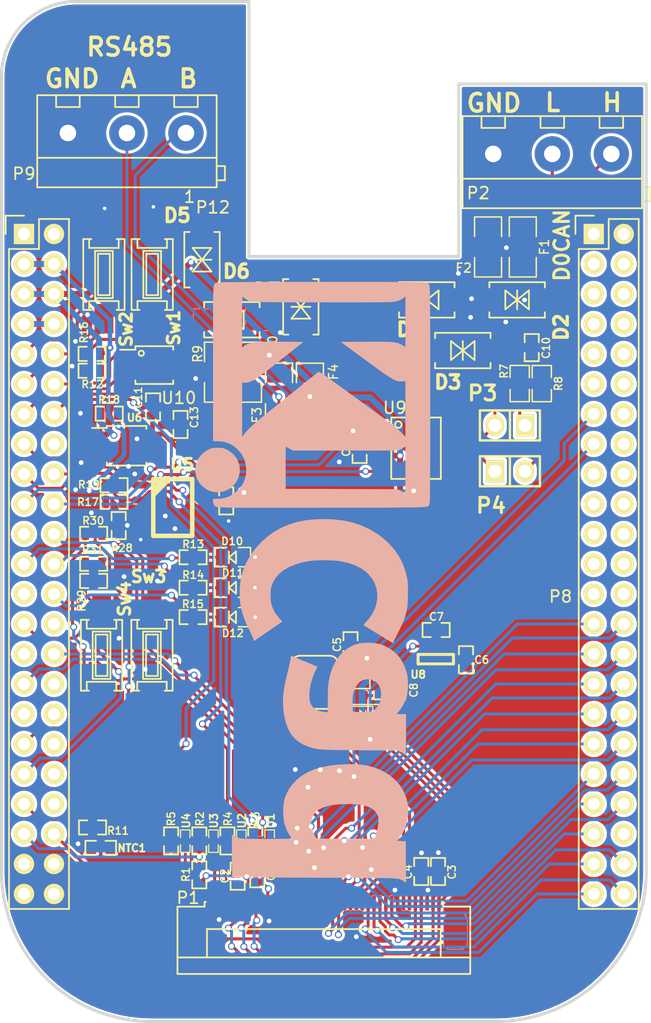
<source format=kicad_pcb>
(kicad_pcb (version 20210228) (generator pcbnew)
  (title_block (title "Beaglebone Black LCD Display cape") (date "2021-04-14") (rev "V1.0") (company "Embedded System Labs"))
  (layers (0 "F.Cu" signal) (31 "B.Cu" signal) (34 "B.Paste" user) (35 "F.Paste" user) (36 "B.SilkS" user "B.Silkscreen") (37 "F.SilkS" user "F.Silkscreen") (38 "B.Mask" user) (39 "F.Mask" user) (44 "Edge.Cuts" user))
  (net 0 "")
  (net 1 "5V")
  (net 2 "GND")
  (net 3 "3V3")
  (net 4 "SYS_5V")
  (net 5 "/PWR_BUT")
  (net 6 "/SYS_RESETN")
  (net 7 "Net-(C10-Pad1)")
  (net 8 "/I2C1_SCL")
  (net 9 "/I2C1_SDA")
  (net 10 "/AN0")
  (net 11 "Net-(D10-Pad2)")
  (net 12 "Net-(D11-Pad2)")
  (net 13 "Net-(D12-Pad2)")
  (net 14 "/UART4_RX")
  (net 15 "/GPIO1_28")
  (net 16 "/UART4_TX")
  (net 17 "Net-(D2-Pad2)")
  (net 18 "Net-(D3-Pad2)")
  (net 19 "Net-(D5-Pad2)")
  (net 20 "/GPIO1_17")
  (net 21 "Net-(R28-Pad2)")
  (net 22 "Net-(R29-Pad2)")
  (net 23 "2V8")
  (net 24 "Net-(D6-Pad2)")
  (net 25 "/CAN/CAN_H")
  (net 26 "/LCD Display/BACKLIGHT_HIGH")
  (net 27 "Net-(D1-Pad2)")
  (net 28 "/B1")
  (net 29 "/B2")
  (net 30 "/B3")
  (net 31 "/B4")
  (net 32 "/B5")
  (net 33 "/G0")
  (net 34 "/G1")
  (net 35 "/G2")
  (net 36 "/G3")
  (net 37 "/G4")
  (net 38 "/G5")
  (net 39 "/R1")
  (net 40 "/DE")
  (net 41 "/PCLK")
  (net 42 "/HSYNC")
  (net 43 "/VSYNC")
  (net 44 "Net-(P1-Pad37)")
  (net 45 "Net-(P1-Pad38)")
  (net 46 "Net-(P1-Pad39)")
  (net 47 "Net-(P1-Pad40)")
  (net 48 "/BACKLIGHT_PWM")
  (net 49 "/CAN/CAN_L")
  (net 50 "/LCD Display/BACKLIGHT_LOW")
  (net 51 "/RS485/RS485_B")
  (net 52 "/RS485/RS485_A")
  (net 53 "/SPI1_CS1")
  (net 54 "/SPI1_SCK")
  (net 55 "/SPI1_MOSI")
  (net 56 "/GPIO0_2")
  (net 57 "/GPIO3_19")
  (net 58 "Net-(P3-Pad1)")
  (net 59 "Net-(P4-Pad2)")
  (net 60 "/GPIO1_18")
  (net 61 "/GPIO1_16")
  (net 62 "/DCAN0_RX")
  (net 63 "/DCAN0_TX")
  (net 64 "/GPIO0_15")
  (net 65 "/GPIO0_14")
  (net 66 "Net-(P9-Pad35)")
  (net 67 "Net-(P9-Pad37)")
  (net 68 "/GPIO0_20")
  (net 69 "Net-(R9-Pad2)")
  (net 70 "Net-(R10-Pad2)")
  (net 71 "/R3")
  (net 72 "/R2")
  (net 73 "/R4")
  (net 74 "/R5")
  (footprint "Socket_BeagleBone_Black:Socket_BeagleBone_Black" (layer "F.Cu") (at 164.6301 62.3824)
    (fp_text reference "P8")
    (fp_text value "BeagleBone_Black_Header")
  )
  (footprint "Socket_BeagleBone_Black:Socket_BeagleBone_Black" (layer "F.Cu") (at 116.3701 62.3824)
    (fp_text reference "P9")
    (fp_text value "BeagleBone_Black_Header")
  )
  (footprint "Resistor_Smd_0603:100R_0603" (layer "F.Cu") (at 130.6901 89.7524)
    (fp_text reference "R13")
    (fp_text value "100R" hide)
  )
  (footprint "Capacitors_Smd_0603:4_7uF_0603" (layer "F.Cu") (at 148.0801 100.6324 90)
    (fp_text reference "C8")
    (fp_text value "4.7uF/35V" hide)
  )
  (footprint "Resistor_Smd_0603:4k7_0603" (layer "F.Cu") (at 123.5901 77.5924 180)
    (fp_text reference "R18")
    (fp_text value "4k7" hide)
  )
  (footprint "Resistor_Smd_0603:10R_0603" (layer "F.Cu") (at 146.6101 100.6324 90)
    (fp_text reference "R6")
    (fp_text value "10R/1%/0.1Wat" hide)
  )
  (footprint "Resistor_Smd_0805:60.4R_0805" (layer "F.Cu") (at 158.3601 75.0424 90)
    (fp_text reference "R7")
    (fp_text value "60.4R" hide)
  )
  (footprint "Resistor_Smd_0603:10k_0603" (layer "F.Cu") (at 131.2201 116.6424 90)
    (fp_text reference "R1")
    (fp_text value "10k" hide)
  )
  (footprint "Temperature_Sensors:DS18B20U_MSOP-8_3x3mm_P0.65mm" (layer "F.Cu") (at 125.0601 80.3124)
    (fp_text reference "U6")
    (fp_text value "DS18B20U")
  )
  (footprint "Resistor_Smd_0603:4k7_0603" (layer "F.Cu") (at 124.0001 83.6524)
    (fp_text reference "R19")
    (fp_text value "4k7" hide)
  )
  (footprint "Diodes:LED_KP-2012HD_SM0805" (layer "F.Cu") (at 134.0301 89.7424)
    (fp_text reference "D10")
    (fp_text value "LED_KP-2012HD" hide)
  )
  (footprint "Microswitches:DTSM-31N_SMD" (layer "F.Cu") (at 127.2101 98.0524 -90)
    (fp_text reference "Sw3")
    (fp_text value "DTSM-31N")
  )
  (footprint "Goldpin:Goldpin_2_2_54mm" (layer "F.Cu") (at 157.5301 82.4724)
    (fp_text reference "P4")
    (fp_text value "TERM" hide)
  )
  (footprint "Diodes:SMAJ18CA_SMD_DO214AC" (layer "F.Cu") (at 133.9801 69.6434)
    (fp_text reference "D6")
    (fp_text value "SMAJ18CA" hide)
  )
  (footprint "Capacitors_Smd_0603:100nF_0603" (layer "F.Cu") (at 151.28185 95.9124)
    (fp_text reference "C7")
    (fp_text value "100nF/50V" hide)
  )
  (footprint "Resistor_Smd_0603:1k_0603" (layer "F.Cu") (at 135.9601 113.7724 -90)
    (fp_text reference "R3")
    (fp_text value "1k" hide)
  )
  (footprint "Capacitors_Smd_0603:100nF_0603" (layer "F.Cu") (at 153.81185 98.4324 90)
    (fp_text reference "C6")
    (fp_text value "100nF/50V" hide)
  )
  (footprint "Diodes:LED_KP-2012SGD_SM0805" (layer "F.Cu") (at 134.0301 92.3324)
    (fp_text reference "D11")
    (fp_text value "LED_KP-2012SGD" hide)
  )
  (footprint "Capacitors_Smd_0603:100nF_0603" (layer "F.Cu") (at 134.4701 116.7624 90)
    (fp_text reference "C2")
    (fp_text value "100n/50V" hide)
  )
  (footprint "Resistor_Smd_0603:4k7_0603" (layer "F.Cu") (at 122.2701 91.7624 180)
    (fp_text reference "R29")
    (fp_text value "4k7" hide)
  )
  (footprint "ESD_Protectors:82357120100" (layer "F.Cu") (at 134.7801 113.7924 -90)
    (fp_text reference "U2")
    (fp_text value "82357120100")
  )
  (footprint "NTC_Thermistors:NTCS0603E3103FMT" (layer "F.Cu") (at 122.8701 114.3624)
    (fp_text reference "NTC1")
    (fp_text value "NTCS0603E3103FMT")
  )
  (footprint "Smd_Ptc_Fuses:SN005-60" (layer "F.Cu") (at 137.9701 75.8524 -90)
    (fp_text reference "F3")
    (fp_text value "SN005-60" hide)
  )
  (footprint "Resistor_Smd_1206:CRCW120610R0FKEAHP" (layer "F.Cu") (at 135.3401 74.0834 -90)
    (fp_text reference "R10")
    (fp_text value "CRCW120610R0FKEAHP" hide)
  )
  (footprint "Communication_Interfaces:IFX1050GVIOXUMA1" (layer "F.Cu") (at 149.5801 80.5224 -90)
    (fp_text reference "U9")
    (fp_text value "IFX1050GVIOXUMA1")
  )
  (footprint "Diodes:SMAJ18CA_SMD_DO214AC" (layer "F.Cu") (at 153.5401 72.2524 180)
    (fp_text reference "D3")
    (fp_text value "SMAJ18CA" hide)
  )
  (footprint "Capacitors_Smd_0603:100nF_0603" (layer "F.Cu") (at 159.3801 72.0024 90)
    (fp_text reference "C10")
    (fp_text value "100nF/50V" hide)
  )
  (footprint "Resistor_Smd_0603:4k7_0603" (layer "F.Cu") (at 122.1401 73.9624 180)
    (fp_text reference "R12")
    (fp_text value "4k7" hide)
  )
  (footprint "Microswitches:DTSM-31N_SMD" (layer "F.Cu") (at 122.9401 98.0524 -90)
    (fp_text reference "Sw4")
    (fp_text value "DTSM-31N")
  )
  (footprint "Diodes:SMAJ18CA_SMD_DO214AC" (layer "F.Cu") (at 158.1401 67.9624 180)
    (fp_text reference "D2")
    (fp_text value "SMAJ18CA" hide)
  )
  (footprint "Resistor_Smd_1206:CRCW120610R0FKEAHP" (layer "F.Cu") (at 132.8001 74.0834 -90)
    (fp_text reference "R9")
    (fp_text value "CRCW120610R0FKEAHP" hide)
  )
  (footprint "Resistor_Smd_0603:4k7_0603" (layer "F.Cu") (at 122.1801 112.6324)
    (fp_text reference "R11")
    (fp_text value "4k7" hide)
  )
  (footprint "ESD_Protectors:82357120100" (layer "F.Cu") (at 132.4201 113.7924 -90)
    (fp_text reference "U3")
    (fp_text value "82357120100")
  )
  (footprint "Lcd_Backlight_Drivers:TPS61169DCKR" (layer "F.Cu") (at 144.67185 100.3624)
    (fp_text reference "U7")
    (fp_text value "TPS61169DCKR" hide)
  )
  (footprint "Discrete_Connectors:DG301-5.0-03P-12-00A(H)" (layer "F.Cu") (at 161.1201 55.6024 180)
    (fp_text reference "P2")
    (fp_text value "CAN BUS")
  )
  (footprint "Microswitches:DTSM-31N_SMD" (layer "F.Cu") (at 127.2301 65.8124 90)
    (fp_text reference "Sw1")
    (fp_text value "DTSM-31N")
  )
  (footprint "Diodes:LED_KP-2012YD_SM0805" (layer "F.Cu") (at 134.0301 94.8224)
    (fp_text reference "D12")
    (fp_text value "LED_KP-2012YD" hide)
  )
  (footprint "Inductors:4u7H_SMD_CD32" (layer "F.Cu") (at 141.0001 100.3424 -90)
    (fp_text reference "L1")
    (fp_text value "4u7H_CD32_SMD_Coil")
  )
  (footprint "Resistor_Smd_0603:1k_0603" (layer "F.Cu") (at 128.8301 113.7724 90)
    (fp_text reference "R5")
    (fp_text value "1k" hide)
  )
  (footprint "Discrete_Connectors:DG301-5.0-03P-12-00A(H)" (layer "F.Cu") (at 125.0901 53.8324 180)
    (fp_text reference "P12")
    (fp_text value "RS485")
  )
  (footprint "Diodes:NSR0530H-D_SOD323" (layer "F.Cu") (at 145.0201 103.0724 180)
    (fp_text reference "D1")
    (fp_text value "NSR0530H-D" hide)
  )
  (footprint "Resistor_Smd_0603:4k7_0603" (layer "F.Cu") (at 122.1401 72.5324 180)
    (fp_text reference "R16")
    (fp_text value "4k7" hide)
  )
  (footprint "Resistor_Smd_0603:4k7_0603" (layer "F.Cu") (at 124.0001 85.0624)
    (fp_text reference "R17")
    (fp_text value "4k7" hide)
  )
  (footprint "Goldpin:Goldpin_2_2_54mm" (layer "F.Cu") (at 157.5301 78.5924 180)
    (fp_text reference "P3")
    (fp_text value "TERM" hide)
  )
  (footprint "Capacitors_Smd_0603:100nF_0603" (layer "F.Cu") (at 129.6301 78.5124 90)
    (fp_text reference "C13")
    (fp_text value "100nF/50V" hide)
  )
  (footprint "Resistor_Smd_0805:60.4R_0805" (layer "F.Cu") (at 160.2301 75.0524 -90)
    (fp_text reference "R8")
    (fp_text value "60.4R" hide)
  )
  (footprint "Capacitors_Smd_0603:100nF_0603" (layer "F.Cu") (at 150.0201 116.3624 90)
    (fp_text reference "C4")
    (fp_text value "100n/50V" hide)
  )
  (footprint "Smd_Ptc_Fuses:SN005-60" (layer "F.Cu") (at 140.5901 75.8624 -90)
    (fp_text reference "F4")
    (fp_text value "SN005-60" hide)
  )
  (footprint "Microswitches:DTSM-31N_SMD" (layer "F.Cu") (at 123.1401 65.8124 90)
    (fp_text reference "Sw2")
    (fp_text value "DTSM-31N")
  )
  (footprint "Capacitors_Smd_0603:100nF_0603" (layer "F.Cu") (at 127.3001 77.0224 90)
    (fp_text reference "C11")
    (fp_text value "100n_50V" hide)
  )
  (footprint "Resistor_Smd_0603:1k_0603" (layer "F.Cu") (at 133.6001 113.7724 -90)
    (fp_text reference "R4")
    (fp_text value "1k" hide)
  )
  (footprint "Resistor_Smd_0603:100R_0603" (layer "F.Cu") (at 130.6901 94.8224)
    (fp_text reference "R15")
    (fp_text value "100R" hide)
  )
  (footprint "Smd_Ptc_Fuses:SN005-60" (layer "F.Cu") (at 155.6801 63.4824 90)
    (fp_text reference "F2")
    (fp_text value "SN005-60" hide)
  )
  (footprint "Capacitors_Smd_0603:100nF_0603" (layer "F.Cu") (at 144.8001 80.6224 90)
    (fp_text reference "C9")
    (fp_text value "100nF/50V" hide)
  )
  (footprint "Resistor_Smd_0603:100R_0603" (layer "F.Cu") (at 122.2701 87.7724 180)
    (fp_text reference "R30")
    (fp_text value "100R" hide)
  )
  (footprint "Resistor_Smd_0603:1k_0603" (layer "F.Cu") (at 131.2201 113.7724 90)
    (fp_text reference "R2")
    (fp_text value "1k" hide)
  )
  (footprint "Capacitors_Smd_0603:1uF_0603" (layer "F.Cu") (at 144.0301 97.2424 90)
    (fp_text reference "C5")
    (fp_text value "1uF/6V3" hide)
  )
  (footprint "Resistor_Smd_0603:4k7_0603" (layer "F.Cu") (at 124.3901 87.0724 -90)
    (fp_text reference "R28")
    (fp_text value "4k7" hide)
  )
  (footprint "Temperature_Sensors:TCN75A_SOIC8" (layer "F.Cu") (at 128.9701 85.5424 -90)
    (fp_text reference "U5")
    (fp_text value "TCN75A" hide)
  )
  (footprint "Capacitors_Smd_0603:100nF_0603" (layer "F.Cu") (at 151.4401 116.3624 90)
    (fp_text reference "C3")
    (fp_text value "100n/50V" hide)
  )
  (footprint "Resistor_Smd_0603:100R_0603" (layer "F.Cu") (at 130.6901 92.3324)
    (fp_text reference "R14")
    (fp_text value "100R" hide)
  )
  (footprint "Capacitors_Smd_0603:100nF_0603" (layer "F.Cu") (at 136.1301 116.5524 90)
    (fp_text reference "C1")
    (fp_text value "100n/50V" hide)
  )
  (footprint "Linear:AP2127K-2.8TRG1_SOT23" (layer "F.Cu") (at 151.25185 98.3824)
    (fp_text reference "U8")
    (fp_text value "AP2127K-2.8TRG1" hide)
  )
  (footprint "Fpc_Connectors:40pin_fpc_0_5mm" (layer "F.Cu") (at 141.7701 119.8374 180)
    (fp_text reference "P1")
    (fp_text value "OrangePi-2G-IOT LCD Interface")
  )
  (footprint "Smd_Ptc_Fuses:SN005-60" (layer "F.Cu") (at 158.6201 63.4824 90)
    (fp_text reference "F1")
    (fp_text value "SN005-60" hide)
  )
  (footprint "Communication_Interfaces:ISL3172EIUZ" (layer "F.Cu") (at 127.4076 73.4824)
    (fp_text reference "U10")
    (fp_text value "ISL3172EIUZ")
  )
  (footprint "Diodes:SMAJ7.5CA_SMD_DO214AC" (layer "F.Cu") (at 131.4501 64.5624 90)
    (fp_text reference "D5")
    (fp_text value "SMAJ7.5CA" hide)
  )
  (footprint "Diodes:SMAJ7.5CA_SMD_DO214AC" (layer "F.Cu") (at 139.8201 68.5524 90)
    (fp_text reference "D7")
    (fp_text value "SMAJ7.5CA" hide)
  )
  (footprint "ESD_Protectors:82357120100" (layer "F.Cu") (at 137.1801 113.7924 -90)
    (fp_text reference "U1")
    (fp_text value "82357120100")
  )
  (footprint "ESD_Protectors:82357120100" (layer "F.Cu") (at 130.0301 113.7924 -90)
    (fp_text reference "U4")
    (fp_text value "82357120100")
  )
  (footprint "Diodes:SMAJ18CA_SMD_DO214AC" (layer "F.Cu") (at 150.4901 67.9624 180)
    (fp_text reference "D4")
    (fp_text value "SMAJ18CA" hide)
  )
  (footprint "Resistor_Smd_0603:100R_0603" (layer "F.Cu") (at 122.2701 90.3024 180)
    (fp_text reference "R31")
    (fp_text value "100R" hide)
  )
  (footprint "Capacitors_Smd_0603:100nF_0603" (layer "F.Cu") (at 133.5001 84.9824 -90)
    (fp_text reference "C12")
    (fp_text value "100n_50V" hide)
  )
  (footprint "Symbols:KiCad-Logo_20mm_SilkScreen" (layer "B.Cu") (at 140.761285 91.847579 -90)
    (fp_text reference "REF**" hide)
    (fp_text value "KiCad-Logo_20mm_SilkScreen" hide)
  )
  (gr_line (start 135.4201 42.6974) (end 120.8151 42.6974) (layer "Edge.Cuts") (width 0.254))
  (gr_line (start 153.2001 64.2874) (end 135.4201 64.2874) (layer "Edge.Cuts") (width 0.254))
  (gr_line (start 169.0751 116.3574) (end 169.0751 49.6824) (layer "Edge.Cuts") (width 0.254))
  (gr_arc (start 127.1651 116.357402) (end 127.1651 129.0574) (angle 90) (layer "Edge.Cuts") (width 0.254))
  (gr_line (start 153.2001 49.6824) (end 153.2001 64.2874) (layer "Edge.Cuts") (width 0.254))
  (gr_line (start 169.0751 49.6824) (end 153.2001 49.6824) (layer "Edge.Cuts") (width 0.254))
  (gr_arc (start 120.815099 49.0474) (end 114.4651 49.0474) (angle 90) (layer "Edge.Cuts") (width 0.254))
  (gr_arc (start 156.375102 116.3574) (end 169.0751 116.3574) (angle 90) (layer "Edge.Cuts") (width 0.254))
  (gr_line (start 127.1651 129.0574) (end 156.3751 129.0574) (layer "Edge.Cuts") (width 0.254))
  (gr_line (start 135.4201 64.2874) (end 135.4201 42.6974) (layer "Edge.Cuts") (width 0.254))
  (gr_line (start 114.4651 49.0474) (end 114.4651 116.3574) (layer "Edge.Cuts") (width 0.254))
  (gr_text "B" (at 130.2701 49.2324) (layer "F.SilkS") (effects (font (size 1.5 1.5) (thickness 0.3))))
  (gr_text "RS485" (at 125.3001 46.5524) (layer "F.SilkS") (effects (font (size 1.5 1.5) (thickness 0.3))))
  (gr_text "A" (at 125.2301 49.2324) (layer "F.SilkS") (effects (font (size 1.5 1.5) (thickness 0.3))))
  (gr_text "GND" (at 120.4501 49.2324) (layer "F.SilkS") (effects (font (size 1.5 1.5) (thickness 0.3))))
  (gr_text "D0CAN" (at 161.9301 63.3424 90) (layer "F.SilkS") (effects (font (size 1.25 1.25) (thickness 0.25))))
  (gr_text "L" (at 161.1501 51.2524) (layer "F.SilkS") (effects (font (size 1.5 1.5) (thickness 0.3))))
  (gr_text "GND" (at 156.1801 51.3024) (layer "F.SilkS") (effects (font (size 1.5 1.5) (thickness 0.3))))
  (gr_text "H" (at 166.1901 51.2524) (layer "F.SilkS") (effects (font (size 1.5 1.5) (thickness 0.3))))
  (segment (start 148.2301 81.1524) (end 146.7401 81.1524) (width 0.508) (layer "F.Cu") (net 1))
  (segment (start 118.9101 67.4624) (end 121.781414 67.4624) (width 0.508) (layer "F.Cu") (net 1))
  (segment (start 141.0001 99.0424) (end 142.9201 99.0424) (width 0.254) (layer "F.Cu") (net 1))
  (segment (start 145.433322 97.3884) (end 144.7841 97.3884) (width 0.254) (layer "F.Cu") (net 1))
  (segment (start 148.2301 88.6824) (end 141.0001 95.9124) (width 0.508) (layer "F.Cu") (net 1))
  (segment (start 145.6701 81.3224) (end 144.8001 81.3224) (width 0.254) (layer "F.Cu") (net 1))
  (segment (start 146.7401 81.1524) (end 146.7351 81.1574) (width 0.508) (layer "F.Cu") (net 1))
  (segment (start 124.0344 79.4367) (end 123.9858 79.4367) (width 0.508) (layer "F.Cu") (net 1))
  (segment (start 148.2301 81.1524) (end 148.2301 88.6824) (width 0.508) (layer "F.Cu") (net 1))
  (segment (start 153.81185 99.1324) (end 152.5601 99.1324) (width 0.254) (layer "F.Cu") (net 1))
  (segment (start 152.2001 99.4924) (end 151.34585 99.4924) (width 0.254) (layer "F.Cu") (net 1))
  (segment (start 143.1401 99.2624) (end 144.02185 99.2624) (width 0.254) (layer "F.Cu") (net 1))
  (segment (start 152.5601 99.1324) (end 152.2001 99.4924) (width 0.254) (layer "F.Cu") (net 1))
  (segment (start 145.8351 81.1574) (end 145.6701 81.3224) (width 0.254) (layer "F.Cu") (net 1))
  (segment (start 151.25185 99.3984) (end 147.443322 99.3984) (width 0.254) (layer "F.Cu") (net 1))
  (segment (start 128.2201 67.0824) (end 130.5301 64.7724) (width 0.508) (layer "F.Cu") (net 1))
  (segment (start 144.02185 97.95065) (end 144.0301 97.9424) (width 0.254) (layer "F.Cu") (net 1))
  (segment (start 144.02185 99.2624) (end 144.02185 97.95065) (width 0.254) (layer "F.Cu") (net 1))
  (segment (start 127.5101 67.0824) (end 128.2201 67.0824) (width 0.508) (layer "F.Cu") (net 1))
  (segment (start 147.443322 99.3984) (end 145.433322 97.3884) (width 0.254) (layer "F.Cu") (net 1))
  (segment (start 146.7351 81.1574) (end 145.8351 81.1574) (width 0.254) (layer "F.Cu") (net 1))
  (segment (start 141.0001 95.9124) (end 141.0001 99.0424) (width 0.508) (layer "F.Cu") (net 1))
  (segment (start 151.34585 99.4924) (end 151.25185 99.3984) (width 0.254) (layer "F.Cu") (net 1))
  (segment (start 122.161414 67.0824) (end 127.5101 67.0824) (width 0.508) (layer "F.Cu") (net 1))
  (segment (start 144.7841 97.3884) (end 144.2301 97.9424) (width 0.254) (layer "F.Cu") (net 1))
  (segment (start 142.9201 99.0424) (end 143.1401 99.2624) (width 0.254) (layer "F.Cu") (net 1))
  (segment (start 121.781414 67.4624) (end 122.161414 67.0824) (width 0.508) (layer "F.Cu") (net 1))
  (segment (start 144.2301 97.9424) (end 144.0301 97.9424) (width 0.254) (layer "F.Cu") (net 1))
  (via (at 148.2301 81.1524) (size 0.6) (drill 0.4) (layers "F.Cu" "B.Cu") (net 1))
  (via (at 130.5301 64.7724) (size 0.6) (drill 0.4) (layers "F.Cu" "B.Cu") (net 1))
  (via (at 123.9858 79.4367) (size 0.6) (drill 0.4) (layers "F.Cu" "B.Cu") (net 1))
  (segment (start 145.7001 76.2224) (end 148.2301 78.7524) (width 0.508) (layer "B.Cu") (net 1))
  (segment (start 148.2301 78.7524) (end 148.2301 81.1524) (width 0.508) (layer "B.Cu") (net 1))
  (segment (start 122.7301 71.2824) (end 122.7301 78.181) (width 0.508) (layer "B.Cu") (net 1))
  (segment (start 118.9101 67.4624) (end 116.3701 67.4624) (width 0.508) (layer "B.Cu") (net 1))
  (segment (start 122.7301 78.181) (end 123.9858 79.4367) (width 0.508) (layer "B.Cu") (net 1))
  (segment (start 141.9801 76.2224) (end 145.7001 76.2224) (width 0.508) (layer "B.Cu") (net 1))
  (segment (start 122.7301 71.2824) (end 122.7301 73.0524) (width 0.508) (layer "B.Cu") (net 1))
  (segment (start 118.9101 67.4624) (end 122.7301 71.2824) (width 0.508) (layer "B.Cu") (net 1))
  (segment (start 130.5301 64.7724) (end 141.9801 76.2224) (width 0.508) (layer "B.Cu") (net 1))
  (segment (start 133.7501 120.4324) (end 132.9001 120.4324) (width 0.254) (layer "F.Cu") (net 2))
  (segment (start 150.0201 114.8024) (end 150.0401 114.7824) (width 0.254) (layer "F.Cu") (net 2))
  (segment (start 134.9826 94.8224) (end 135.9501 94.8224) (width 0.254) (layer "F.Cu") (net 2))
  (segment (start 133.4601 85.6824) (end 132.9651 86.1774) (width 0.254) (layer "F.Cu") (net 2))
  (segment (start 136.5201 119.9424) (end 137.1301 120.5524) (width 0.254) (layer "F.Cu") (net 2))
  (segment (start 135.9301 92.3324) (end 135.9401 92.3224) (width 0.254) (layer "F.Cu") (net 2))
  (segment (start 148.0201 119.0374) (end 148.0201 118.16589) (width 0.254) (layer "F.Cu") (net 2))
  (segment (start 160.3401 66.6724) (end 164.6301 62.3824) (width 0.254) (layer "F.Cu") (net 2))
  (segment (start 136.5201 119.0374) (end 136.5201 119.9424) (width 0.254) (layer "F.Cu") (net 2))
  (segment (start 160.3401 67.9624) (end 160.3401 69.5624) (width 0.254) (layer "F.Cu") (net 2))
  (segment (start 135.9501 94.8224) (end 135.9601 94.8324) (width 0.254) (layer "F.Cu") (net 2))
  (segment (start 150.0201 115.6624) (end 150.0201 114.8024) (width 0.254) (layer "F.Cu") (net 2))
  (segment (start 130.7451 74.4574) (end 130.9101 74.6224) (width 0.254) (layer "F.Cu") (net 2))
  (segment (start 123.1601 62.3924) (end 123.1601 60.2524) (width 0.254) (layer "F.Cu") (net 2))
  (segment (start 123.1601 60.2524) (end 123.2001 60.2124) (width 0.254) (layer "F.Cu") (net 2))
  (segment (start 134.9826 89.7424) (end 135.9501 89.7424) (width 0.254) (layer "F.Cu") (net 2))
  (segment (start 160.3401 67.9624) (end 158.7701 67.9624) (width 0.254) (layer "F.Cu") (net 2))
  (segment (start 127.2501 60.1624) (end 127.3301 60.0824) (width 0.254) (layer "F.Cu") (net 2))
  (segment (start 151.4401 114.7924) (end 151.4701 114.7624) (width 0.254) (layer "F.Cu") (net 2))
  (segment (start 151.4401 115.6624) (end 151.4401 114.7924) (width 0.254) (layer "F.Cu") (net 2))
  (segment (start 134.5201 119.6624) (end 133.7501 120.4324) (width 0.254) (layer "F.Cu") (net 2))
  (segment (start 131.6701 87.4474) (end 132.9451 87.4474) (width 0.254) (layer "F.Cu") (net 2))
  (segment (start 150.5201 117.99589) (end 150.5801 117.93589) (width 0.254) (layer "F.Cu") (net 2))
  (segment (start 160.3401 69.5624) (end 159.3801 70.5224) (width 0.254) (layer "F.Cu") (net 2))
  (segment (start 137.1801 112.8224) (end 137.5901 112.4124) (width 0.254) (layer "F.Cu") (net 2))
  (segment (start 160.3401 67.9624) (end 160.3401 66.6724) (width 0.254) (layer "F.Cu") (net 2))
  (segment (start 134.9826 92.3324) (end 135.9301 92.3324) (width 0.254) (layer "F.Cu") (net 2))
  (segment (start 159.3801 70.5224) (end 159.3801 71.3024) (width 0.254) (layer "F.Cu") (net 2))
  (segment (start 126.2701 87.4474) (end 126.2701 88.2524) (width 0.254) (layer "F.Cu") (net 2))
  (segment (start 132.9451 87.4474) (end 133.7101 86.6824) (width 0.254) (layer "F.Cu") (net 2))
  (segment (start 126.2701 88.2524) (end 126.2601 88.2624) (width 0.254) (layer "F.Cu") (net 2))
  (segment (start 132.9651 86.1774) (end 131.6701 86.1774) (width 0.254) (layer "F.Cu") (net 2))
  (segment (start 150.5201 119.0374) (end 150.5201 117.99589) (width 0.254) (layer "F.Cu") (net 2))
  (segment (start 133.5001 85.6824) (end 133.4601 85.6824) (width 0.254) (layer "F.Cu") (net 2))
  (segment (start 129.6076 74.4574) (end 130.7451 74.4574) (width 0.254) (layer "F.Cu") (net 2))
  (segment (start 137.1801 113.2424) (end 137.1801 112.8224) (width 0.254) (layer "F.Cu") (net 2))
  (segment (start 127.2501 62.3924) (end 127.2501 60.1624) (width 0.254) (layer "F.Cu") (net 2))
  (segment (start 134.5201 119.0374) (end 134.5201 119.6624) (width 0.254) (layer "F.Cu") (net 2))
  (segment (start 148.0201 118.16589) (end 147.7901 117.93589) (width 0.254) (layer "F.Cu") (net 2))
  (via (at 157.2301 63.5424) (size 0.6) (drill 0.4) (layers "F.Cu" "B.Cu") (net 2))
  (via (at 150.0401 114.7824) (size 0.6) (drill 0.4) (layers "F.Cu" "B.Cu") (net 2))
  (via (at 139.3501 107.7224) (size 0.6) (drill 0.4) (layers "F.Cu" "B.Cu") (net 2))
  (via (at 137.1301 120.5524) (size 0.6) (drill 0.4) (layers "F.Cu" "B.Cu") (net 2))
  (via (at 128.3401 86.2624) (size 0.6) (drill 0.4) (layers "F.Cu" "B.Cu") (net 2))
  (via (at 158.7701 67.9624) (size 0.6) (drill 0.4) (layers "F.Cu" "B.Cu") (net 2))
  (via (at 138.0801 70.7324) (size 0.6) (drill 0.4) (layers "F.Cu" "B.Cu") (net 2))
  (via (at 135.9501 89.7424) (size 0.6) (drill 0.3) (layers "F.Cu" "B.Cu") (net 2))
  (via (at 127.3301 60.0824) (size 0.6) (drill 0.3) (layers "F.Cu" "B.Cu") (net 2))
  (via (at 125.9401 79.7224) (size 0.6) (drill 0.4) (layers "F.Cu" "B.Cu") (net 2))
  (via (at 126.6401 99.2424) (size 0.6) (drill 0.4) (layers "F.Cu" "B.Cu") (net 2))
  (via (at 154.2001 69.4424) (size 0.6) (drill 0.4) (layers "F.Cu" "B.Cu") (net 2))
  (via (at 143.0901 107.8324) (size 0.6) (drill 0.4) (layers "F.Cu" "B.Cu") (net 2))
  (via (at 121.152754 77.562399) (size 0.6) (drill 0.4) (layers "F.Cu" "B.Cu") (net 2))
  (via (at 144.5201 121.8824) (size 0.6) (drill 0.4) (layers "F.Cu" "B.Cu") (net 2))
  (via (at 126.2601 88.2624) (size 0.6) (drill 0.3) (layers "F.Cu" "B.Cu") (net 2))
  (via (at 132.9001 120.4324) (size 0.6) (drill 0.4) (layers "F.Cu" "B.Cu") (net 2))
  (via (at 124.4201 96.6124) (size 0.6) (drill 0.4) (layers "F.Cu" "B.Cu") (net 2))
  (via (at 122.0801 85.9924) (size 0.6) (drill 0.4) (layers "F.Cu" "B.Cu") (net 2))
  (via (at 145.0501 114.3324) (size 0.6) (drill 0.4) (layers "F.Cu" "B.Cu") (net 2))
  (via (at 125.7501 82.7024) (size 0.6) (drill 0.4) (layers "F.Cu" "B.Cu") (net 2))
  (via (at 120.4401 73.5724) (size 0.6) (drill 0.4) (layers "F.Cu" "B.Cu") (net 2))
  (via (at 125.222287 82.060213) (size 0.6) (drill 0.4) (layers "F.Cu" "B.Cu") (net 2))
  (via (at 123.2001 60.2124) (size 0.6) (drill 0.3) (layers "F.Cu" "B.Cu") (net 2))
  (via (at 121.7501 69.2124) (size 0.6) (drill 0.4) (layers "F.Cu" "B.Cu") (net 2))
  (via (at 120.7301 71.4724) (size 0.6) (drill 0.4) (layers "F.Cu" "B.Cu") (net 2))
  (via (at 153.1701 65.7224) (size 0.6) (drill 0.4) (layers "F.Cu" "B.Cu") (net 2))
  (via (at 121.2101 81.7424) (size 0.6) (drill 0.4) (layers "F.Cu" "B.Cu") (net 2))
  (via (at 125.1201 87.0524) (size 0.6) (drill 0.4) (layers "F.Cu" "B.Cu") (net 2))
  (via (at 147.7901 117.93589) (size 0.6) (drill 0.4) (layers "F.Cu" "B.Cu") (net 2))
  (via (at 137.1501 72.6424) (size 0.6) (drill 0.4) (layers "F.Cu" "B.Cu") (net 2))
  (via (at 135.9401 92.3224) (size 0.6) (drill 0.3) (layers "F.Cu" "B.Cu") (net 2))
  (via (at 150.5801 117.93589) (size 0.6) (drill 0.4) (layers "F.Cu" "B.Cu") (net 2))
  (via (at 127.6801 91.7624) (size 0.6) (drill 0.4) (layers "F.Cu" "B.Cu") (net 2))
  (via (at 124.8501 91.3924) (size 0.6) (drill 0.4) (layers "F.Cu" "B.Cu") (net 2))
  (via (at 151.4701 114.7624) (size 0.6) (drill 0.4) (layers "F.Cu" "B.Cu") (net 2))
  (via (at 133.7101 86.6824) (size 0.6) (drill 0.3) (layers "F.Cu" "B.Cu") (net 2))
  (via (at 135.9601 94.8324) (size 0.6) (drill 0.3) (layers "F.Cu" "B.Cu") (net 2))
  (via (at 120.9501 114.0124) (size 0.6) (drill 0.4) (layers "F.Cu" "B.Cu") (net 2))
  (via (at 141.4701 107.7424) (size 0.6) (drill 0.4) (layers "F.Cu" "B.Cu") (net 2))
  (via (at 130.9101 74.6224) (size 0.6) (drill 0.4) (layers "F.Cu" "B.Cu") (net 2))
  (via (at 120.7401 84.0324) (size 0.6) (drill 0.4) (layers "F.Cu" "B.Cu") (net 2))
  (via (at 140.4301 109.2324) (size 0.6) (drill 0.4) (layers "F.Cu" "B.Cu") (net 2))
  (via (at 143.0801 81.6824) (size 0.6) (drill 0.4) (layers "F.Cu" "B.Cu") (net 2))
  (via (at 129.1601 87.3324) (size 0.6) (drill 0.4) (layers "F.Cu" "B.Cu") (net 2))
  (via (at 137.5901 112.4124) (size 0.6) (drill 0.4) (layers "F.Cu" "B.Cu") (net 2))
  (via (at 154.2801 67.8624) (size 0.6) (drill 0.4) (layers "F.Cu" "B.Cu") (net 2))
  (via (at 157.1801 69.8324) (size 0.6) (drill 0.4) (layers "F.Cu" "B.Cu") (net 2))
  (via (at 121.9001 84.11589) (size 0.6) (drill 0.4) (layers "F.Cu" "B.Cu") (net 2))
  (segment (start 162.9001 62.3824) (end 156.1201 55.6024) (width 0.254) (layer "B.Cu") (net 2))
  (segment (start 164.6301 62.3824) (end 162.9001 62.3824) (width 0.254) (layer "B.Cu") (net 2))
  (segment (start 127.2601 77.7624) (end 127.3001 77.7224) (width 0.381) (layer "F.Cu") (net 3))
  (segment (start 122.8401 73.2824) (end 122.8401 73.9624) (width 0.254) (layer "F.Cu") (net 3))
  (segment (start 128.4401 76.8324) (end 128.4401 75.7024) (width 0.381) (layer "F.Cu") (net 3))
  (segment (start 126.0601 77.7224) (end 125.9301 77.5924) (width 0.381) (layer "F.Cu") (net 3))
  (segment (start 128.2251 79.3374) (end 127.2601 79.3374) (width 0.381) (layer "F.Cu") (net 3))
  (segment (start 127.2601 79.3374) (end 127.2601 77.7624) (width 0.381) (layer "F.Cu") (net 3))
  (segment (start 123.28838 86.3724) (end 122.4001 87.26068) (width 0.254) (layer "F.Cu") (net 3))
  (segment (start 123.7401 114.4324) (end 123.6701 114.3624) (width 0.25) (layer "F.Cu") (net 3))
  (segment (start 123.1301 72.5324) (end 123.6501 72.0124) (width 0.254) (layer "F.Cu") (net 3))
  (segment (start 123.9101 86.3724) (end 123.3001 85.7624) (width 0.254) (layer "F.Cu") (net 3))
  (segment (start 125.2301 112.8024) (end 123.6701 114.3624) (width 0.254) (layer "F.Cu") (net 3))
  (segment (start 123.3001 85.7624) (end 123.3001 85.0624) (width 0.254) (layer "F.Cu") (net 3))
  (segment (start 125.2301 100.6924) (end 125.2301 112.8024) (width 0.254) (layer "F.Cu") (net 3))
  (segment (start 128.4401 75.7024) (end 127.4501 74.7124) (width 0.381) (layer "F.Cu") (net 3))
  (segment (start 123.3001 83.6524) (end 122.5701 83.6524) (width 0.381) (layer "F.Cu") (net 3))
  (segment (start 127.4501 74.7124) (end 127.4501 73.1224) (width 0.381) (layer "F.Cu") (net 3))
  (segment (start 151.0851 82.4274) (end 149.3801 84.1324) (width 0.254) (layer "F.Cu") (net 3))
  (segment (start 122.8401 72.5324) (end 123.1301 72.5324) (width 0.254) (layer "F.Cu") (net 3))
  (segment (start 128.6701 79.7824) (end 129.0601 79.7824) (width 0.381) (layer "F.Cu") (net 3))
  (segment (start 124.4201 92.6524) (end 125.2701 93.5024) (width 0.254) (layer "F.Cu") (net 3))
  (segment (start 124.3901 86.3724) (end 123.28838 86.3724) (width 0.254) (layer "F.Cu") (net 3))
  (segment (start 122.4001 88.4224) (end 123.6131 89.6354) (width 0.254) (layer "F.Cu") (net 3))
  (segment (start 131.6701 83.6374) (end 131.6701 82.7824) (width 0.381) (layer "F.Cu") (net 3))
  (segment (start 122.4001 87.26068) (end 122.4001 88.4224) (width 0.254) (layer "F.Cu") (net 3))
  (segment (start 122.8401 72.5324) (end 122.8401 73.2824) (width 0.254) (layer "F.Cu") (net 3))
  (segment (start 131.6701 84.2324) (end 131.7201 84.2824) (width 0.381) (layer "F.Cu") (net 3))
  (segment (start 123.6131 91.1194) (end 122.9701 91.7624) (width 0.254) (layer "F.Cu") (net 3))
  (segment (start 123.5301 91.7624) (end 124.4201 92.6524) (width 0.254) (layer "F.Cu") (net 3))
  (segment (start 126.0601 77.7224) (end 127.3001 77.7224) (width 0.381) (layer "F.Cu") (net 3))
  (segment (start 123.6131 89.6354) (end 123.6131 91.1194) (width 0.254) (layer "F.Cu") (net 3))
  (segment (start 128.6701 79.7824) (end 128.2251 79.3374) (width 0.381) (layer "F.Cu") (net 3))
  (segment (start 152.4251 82.4274) (end 151.0851 82.4274) (width 0.254) (layer "F.Cu") (net 3))
  (segment (start 131.6701 84.2324) (end 131.6701 83.6374) (width 0.381) (layer "F.Cu") (net 3))
  (segment (start 122.5701 83.6524) (end 122.4401 83.5224) (width 0.381) (layer "F.Cu") (net 3))
  (segment (start 127.3001 77.7224) (end 127.5501 77.7224) (width 0.381) (layer "F.Cu") (net 3))
  (segment (start 135.0001 84.2724) (end 133.5101 84.2724) (width 0.254) (layer "F.Cu") (net 3))
  (segment (start 131.7201 84.2824) (end 133.5001 84.2824) (width 0.381) (layer "F.Cu") (net 3))
  (segment (start 128.0651 72.5074) (end 129.6076 72.5074) (width 0.381) (layer "F.Cu") (net 3))
  (segment (start 127.4501 73.1224) (end 128.0651 72.5074) (width 0.381) (layer "F.Cu") (net 3))
  (segment (start 125.9301 77.5924) (end 124.2901 77.5924) (width 0.381) (layer "F.Cu") (net 3))
  (segment (start 133.5101 84.2724) (end 133.5001 84.2824) (width 0.254) (layer "F.Cu") (net 3))
  (segment (start 131.6701 82.7824) (end 128.6701 79.7824) (width 0.381) (layer "F.Cu") (net 3))
  (segment (start 129.0601 79.7824) (end 129.6301 79.2124) (width 0.381) (layer "F.Cu") (net 3))
  (segment (start 131.6701 84.9074) (end 131.6701 84.2324) (width 0.381) (layer "F.Cu") (net 3))
  (segment (start 127.5501 77.7224) (end 128.4401 76.8324) (width 0.381) (layer "F.Cu") (net 3))
  (segment (start 122.9701 91.7624) (end 123.5301 91.7624) (width 0.254) (layer "F.Cu") (net 3))
  (segment (start 124.3901 86.3724) (end 123.9101 86.3724) (width 0.254) (layer "F.Cu") (net 3))
  (segment (start 124.3901 77.6924) (end 124.2901 77.5924) (width 0.254) (layer "F.Cu") (net 3))
  (segment (start 125.2701 93.5024) (end 125.2701 99.0224) (width 0.254) (layer "F.Cu") (net 3))
  (segment (start 124.3901 78.6724) (end 124.3901 77.6924) (width 0.381) (layer "F.Cu") (net 3))
  (segment (start 123.3001 83.6524) (end 123.3001 85.0624) (width 0.254) (layer "F.Cu") (net 3))
  (segment (start 122.8701 73.9924) (end 122.8401 73.9624) (width 0.254) (layer "F.Cu") (net 3))
  (via (at 125.2301 100.6924) (size 0.6) (drill 0.4) (layers "F.Cu" "B.Cu") (net 3))
  (via (at 125.2701 99.0224) (size 0.6) (drill 0.4) (layers "F.Cu" "B.Cu") (net 3))
  (via (at 122.4401 83.5224) (size 0.6) (drill 0.3) (layers "F.Cu" "B.Cu") (net 3))
  (via (at 124.3901 78.6724) (size 0.6) (drill 0.3) (layers "F.Cu" "B.Cu") (net 3))
  (via (at 135.0001 84.2724) (size 0.6) (drill 0.4) (layers "F.Cu" "B.Cu") (net 3))
  (via (at 123.6501 72.0124) (size 0.6) (drill 0.3) (layers "F.Cu" "B.Cu") (net 3))
  (via (at 149.3801 84.1324) (size 0.6) (drill 0.4) (layers "F.Cu" "B.Cu") (net 3))
  (segment (start 125.2701 99.0224) (end 125.2701 100.6524) (width 0.254) (layer "B.Cu") (net 3))
  (segment (start 124.8501 81.1124) (end 124.8501 79.1324) (width 0.381) (layer "B.Cu") (net 3))
  (segment (start 118.9101 64.9224) (end 123.6501 69.6624) (width 0.381) (layer "B.Cu") (net 3))
  (segment (start 124.8501 79.1324) (end 124.3901 78.6724) (width 0.381) (layer "B.Cu") (net 3))
  (segment (start 122.4401 83.5224) (end 124.8501 81.1124) (width 0.381) (layer "B.Cu") (net 3))
  (segment (start 135.1401 84.1324) (end 135.0001 84.2724) (width 0.254) (layer "B.Cu") (net 3))
  (segment (start 123.6501 69.6624) (end 123.6501 72.0124) (width 0.381) (layer "B.Cu") (net 3))
  (segment (start 118.9101 64.9224) (end 116.3701 64.9224) (width 0.508) (layer "B.Cu") (net 3))
  (segment (start 125.2701 100.6524) (end 125.2301 100.6924) (width 0.254) (layer "B.Cu") (net 3))
  (segment (start 124.3901 78.6724) (end 123.5201 77.8024) (width 0.381) (layer "B.Cu") (net 3))
  (segment (start 149.3801 84.1324) (end 135.1401 84.1324) (width 0.254) (layer "B.Cu") (net 3))
  (segment (start 123.5201 72.1424) (end 123.6501 72.0124) (width 0.381) (layer "B.Cu") (net 3))
  (segment (start 123.5201 77.8024) (end 123.5201 72.1424) (width 0.381) (layer "B.Cu") (net 3))
  (segment (start 116.3701 70.0024) (end 118.9101 70.0024) (width 0.508) (layer "B.Cu") (net 4))
  (segment (start 122.0701 72.1324) (end 122.8901 71.3124) (width 0.254) (layer "F.Cu") (net 5))
  (segment (start 124.470611 67.662911) (end 122.401869 67.662911) (width 0.254) (layer "F.Cu") (net 5))
  (segment (start 121.4401 73.9624) (end 122.0701 73.3324) (width 0.254) (layer "F.Cu") (net 5))
  (segment (start 120.8801 69.18468) (end 120.8801 70.3724) (width 0.254) (layer "F.Cu") (net 5))
  (segment (start 125.0601 71.3124) (end 126.5901 69.7824) (width 0.254) (layer "F.Cu") (net 5))
  (segment (start 126.5901 69.7824) (end 124.470611 67.662911) (width 0.254) (layer "F.Cu") (net 5))
  (segment (start 122.8901 71.3124) (end 125.0601 71.3124) (width 0.254) (layer "F.Cu") (net 5))
  (segment (start 120.8801 70.3724) (end 119.900211 71.352289) (width 0.254) (layer "F.Cu") (net 5))
  (segment (start 122.0701 73.3324) (end 122.0701 72.1324) (width 0.254) (layer "F.Cu") (net 5))
  (segment (start 119.900211 71.352289) (end 117.560211 71.352289) (width 0.254) (layer "F.Cu") (net 5))
  (segment (start 117.560211 71.352289) (end 116.3701 72.5424) (width 0.254) (layer "F.Cu") (net 5))
  (segment (start 122.401869 67.662911) (end 120.8801 69.18468) (width 0.254) (layer "F.Cu") (net 5))
  (segment (start 121.4401 72.0424) (end 123.1601 70.3224) (width 0.254) (layer "F.Cu") (net 6))
  (segment (start 118.9201 72.5324) (end 118.9101 72.5424) (width 0.254) (layer "F.Cu") (net 6))
  (segment (start 121.4401 72.5324) (end 121.4401 72.0424) (width 0.254) (layer "F.Cu") (net 6))
  (segment (start 121.4401 72.5324) (end 118.9201 72.5324) (width 0.254) (layer "F.Cu") (net 6))
  (segment (start 123.1601 70.3224) (end 123.1601 69.8924) (width 0.254) (layer "F.Cu") (net 6))
  (segment (start 160.2301 74.0999) (end 159.3826 74.0999) (width 0.254) (layer "F.Cu") (net 7))
  (segment (start 158.3701 74.0999) (end 158.3601 74.0899) (width 0.254) (layer "F.Cu") (net 7))
  (segment (start 159.3826 74.0999) (end 159.3001 74.0174) (width 0.254) (layer "F.Cu") (net 7))
  (segment (start 159.3001 72.7824) (end 159.3801 72.7024) (width 0.254) (layer "F.Cu") (net 7))
  (segment (start 159.3001 74.0174) (end 159.3001 72.7824) (width 0.254) (layer "F.Cu") (net 7))
  (segment (start 159.3826 74.0999) (end 158.3701 74.0999) (width 0.254) (layer "F.Cu") (net 7))
  (segment (start 124.8551 84.9074) (end 124.7001 85.0624) (width 0.254) (layer "F.Cu") (net 8))
  (segment (start 119.2101 83.9224) (end 119.5301 83.9224) (width 0.254) (layer "F.Cu") (net 8))
  (segment (start 119.2101 83.9224) (end 117.5901 83.9224) (width 0.254) (layer "F.Cu") (net 8))
  (segment (start 126.2701 84.9074) (end 124.8551 84.9074) (width 0.254) (layer "F.Cu") (net 8))
  (segment (start 124.7001 85.0624) (end 124.0401 84.4024) (width 0.254) (layer "F.Cu") (net 8))
  (segment (start 124.0401 84.4024) (end 124.0401 82.9724) (width 0.254) (layer "F.Cu") (net 8))
  (segment (start 122.3801 82.6424) (end 121.7751 83.2474) (width 0.254) (layer "F.Cu") (net 8))
  (segment (start 128.63408 84.1824) (end 129.51209 85.06041) (width 0.254) (layer "F.Cu") (net 8))
  (segment (start 124.0401 82.9724) (end 123.7101 82.6424) (width 0.254) (layer "F.Cu") (net 8))
  (segment (start 120.2051 83.2474) (end 121.7751 83.2474) (width 0.254) (layer "F.Cu") (net 8))
  (segment (start 123.7101 82.6424) (end 122.3801 82.6424) (width 0.254) (layer "F.Cu") (net 8))
  (segment (start 126.9951 84.1824) (end 128.63408 84.1824) (width 0.254) (layer "F.Cu") (net 8))
  (segment (start 119.5301 83.9224) (end 120.2051 83.2474) (width 0.254) (layer "F.Cu") (net 8))
  (segment (start 133.6001 105.9824) (end 131.4801 103.8624) (width 0.254) (layer "F.Cu") (net 8))
  (segment (start 117.5901 83.9224) (end 116.3701 82.7024) (width 0.254) (layer "F.Cu") (net 8))
  (segment (start 126.2701 84.9074) (end 126.9951 84.1824) (width 0.254) (layer "F.Cu") (net 8))
  (segment (start 133.6001 113.0724) (end 133.6001 105.9824) (width 0.254) (layer "F.Cu") (net 8))
  (via (at 129.51209 85.06041) (size 0.6) (drill 0.4) (layers "F.Cu" "B.Cu") (net 8))
  (via (at 131.4801 103.8624) (size 0.6) (drill 0.4) (layers "F.Cu" "B.Cu") (net 8))
  (segment (start 129.51209 85.10439) (end 129.51209 85.06041) (width 0.254) (layer "B.Cu") (net 8))
  (segment (start 131.4801 103.8624) (end 133.0301 102.3124) (width 0.254) (layer "B.Cu") (net 8))
  (segment (start 133.0301 102.3124) (end 133.0301 88.6224) (width 0.254) (layer "B.Cu") (net 8))
  (segment (start 133.0301 88.6224) (end 129.51209 85.10439) (width 0.254) (layer "B.Cu") (net 8))
  (segment (start 126.2701 83.6374) (end 124.7151 83.6374) (width 0.254) (layer "F.Cu") (net 9))
  (segment (start 121.678738 82.7024) (end 122.26225 82.118889) (width 0.254) (layer "F.Cu") (net 9))
  (segment (start 129.2901 84.0824) (end 129.8201 84.0824) (width 0.254) (layer "F.Cu") (net 9))
  (segment (start 126.2701 83.6374) (end 128.8451 83.6374) (width 0.254) (layer "F.Cu") (net 9))
  (segment (start 135.7001 112.0324) (end 135.7001 112.8124) (width 0.254) (layer "F.Cu") (net 9))
  (segment (start 123.92795 82.118889) (end 124.7001 82.891039) (width 0.254) (layer "F.Cu") (net 9))
  (segment (start 124.7001 82.891039) (end 124.7001 83.6524) (width 0.254) (layer "F.Cu") (net 9))
  (segment (start 122.26225 82.118889) (end 123.92795 82.118889) (width 0.254) (layer "F.Cu") (net 9))
  (segment (start 135.7001 112.8124) (end 135.9601 113.0724) (width 0.254) (layer "F.Cu") (net 9))
  (segment (start 128.8451 83.6374) (end 129.2901 84.0824) (width 0.254) (layer "F.Cu") (net 9))
  (segment (start 124.7151 83.6374) (end 124.7001 83.6524) (width 0.254) (layer "F.Cu") (net 9))
  (segment (start 118.9101 82.7024) (end 121.678738 82.7024) (width 0.254) (layer "F.Cu") (net 9))
  (via (at 135.7001 112.0324) (size 0.6) (drill 0.4) (layers "F.Cu" "B.Cu") (net 9))
  (via (at 129.8201 84.0824) (size 0.6) (drill 0.4) (layers "F.Cu" "B.Cu") (net 9))
  (segment (start 133.5101 101.8124) (end 133.7201 102.0224) (width 0.254) (layer "B.Cu") (net 9))
  (segment (start 133.7201 102.0224) (end 133.7201 110.0524) (width 0.254) (layer "B.Cu") (net 9))
  (segment (start 129.8201 84.0824) (end 129.8201 84.4824) (width 0.254) (layer "B.Cu") (net 9))
  (segment (start 133.5101 88.1724) (end 133.5101 101.8124) (width 0.254) (layer "B.Cu") (net 9))
  (segment (start 133.7201 110.0524) (end 135.7001 112.0324) (width 0.254) (layer "B.Cu") (net 9))
  (segment (start 129.8201 84.4824) (end 133.5101 88.1724) (width 0.254) (layer "B.Cu") (net 9))
  (segment (start 122.0701 114.0924) (end 121.4801 113.5024) (width 0.254) (layer "F.Cu") (net 10))
  (segment (start 121.4801 113.5024) (end 121.4801 112.6324) (width 0.254) (layer "F.Cu") (net 10))
  (segment (start 120.1901 111.9724) (end 117.7001 111.9724) (width 0.254) (layer "F.Cu") (net 10))
  (segment (start 122.0701 114.3624) (end 122.0701 114.0924) (width 0.254) (layer "F.Cu") (net 10))
  (segment (start 121.4801 112.6324) (end 120.8501 112.6324) (width 0.254) (layer "F.Cu") (net 10))
  (segment (start 120.8501 112.6324) (end 120.1901 111.9724) (width 0.254) (layer "F.Cu") (net 10))
  (segment (start 117.7001 111.9724) (end 116.3701 110.6424) (width 0.254) (layer "F.Cu") (net 10))
  (segment (start 131.3901 89.7524) (end 133.0676 89.7524) (width 0.254) (layer "F.Cu") (net 11))
  (segment (start 133.0676 89.7524) (end 133.0776 89.7424) (width 0.254) (layer "F.Cu") (net 11))
  (segment (start 131.3901 92.3324) (end 133.0776 92.3324) (width 0.254) (layer "F.Cu") (net 12))
  (segment (start 131.3901 94.8224) (end 133.0776 94.8224) (width 0.254) (layer "F.Cu") (net 13))
  (segment (start 122.254916 75.0024) (end 123.134916 75.0024) (width 0.25) (layer "F.Cu") (net 14))
  (segment (start 123.626589 73.134411) (end 123.626589 74.510727) (width 0.254) (layer "F.Cu") (net 14))
  (segment (start 116.3701 75.0824) (end 117.5101 73.9424) (width 0.25) (layer "F.Cu") (net 14))
  (segment (start 123.134916 75.0024) (end 123.626589 74.510727) (width 0.25) (layer "F.Cu") (net 14))
  (segment (start 119.5251 73.8324) (end 120.6951 75.0024) (width 0.25) (layer "F.Cu") (net 14))
  (segment (start 124.2536 72.5074) (end 123.626589 73.134411) (width 0.254) (layer "F.Cu") (net 14))
  (segment (start 117.6201 73.8324) (end 119.5251 73.8324) (width 0.25) (layer "F.Cu") (net 14))
  (segment (start 125.2076 72.5074) (end 124.2536 72.5074) (width 0.254) (layer "F.Cu") (net 14))
  (segment (start 120.6951 75.0024) (end 122.254916 75.0024) (width 0.25) (layer "F.Cu") (net 14))
  (segment (start 116.3701 75.0824) (end 117.6201 73.8324) (width 0.25) (layer "F.Cu") (net 14))
  (segment (start 118.9101 75.0824) (end 120.131414 75.0824) (width 0.254) (layer "F.Cu") (net 15))
  (segment (start 125.2076 73.1574) (end 125.2076 73.8074) (width 0.254) (layer "F.Cu") (net 15))
  (segment (start 124.0801 73.9809) (end 124.2536 73.8074) (width 0.254) (layer "F.Cu") (net 15))
  (segment (start 120.131414 75.0824) (end 120.534392 75.485378) (width 0.254) (layer "F.Cu") (net 15))
  (segment (start 120.534392 75.485378) (end 123.387122 75.485378) (width 0.254) (layer "F.Cu") (net 15))
  (segment (start 123.387122 75.485378) (end 124.0801 74.7924) (width 0.254) (layer "F.Cu") (net 15))
  (segment (start 124.2536 73.8074) (end 125.2076 73.8074) (width 0.254) (layer "F.Cu") (net 15))
  (segment (start 124.0801 74.7924) (end 124.0801 73.9809) (width 0.254) (layer "F.Cu") (net 15))
  (segment (start 124.180111 75.938889) (end 125.2076 74.9114) (width 0.254) (layer "F.Cu") (net 16))
  (segment (start 119.95225 75.938889) (end 124.180111 75.938889) (width 0.254) (layer "F.Cu") (net 16))
  (segment (start 119.602249 76.288889) (end 119.95225 75.938889) (width 0.254) (layer "F.Cu") (net 16))
  (segment (start 125.2076 74.9114) (end 125.2076 74.4574) (width 0.254) (layer "F.Cu") (net 16))
  (segment (start 116.3701 77.6224) (end 117.703611 76.288889) (width 0.254) (layer "F.Cu") (net 16))
  (segment (start 117.703611 76.288889) (end 119.602249 76.288889) (width 0.254) (layer "F.Cu") (net 16))
  (segment (start 155.7401 72.2524) (end 155.7401 68.1624) (width 0.254) (layer "F.Cu") (net 17))
  (segment (start 155.9401 67.9624) (end 155.9401 67.8134) (width 0.254) (layer "F.Cu") (net 17))
  (segment (start 155.7401 75.0224) (end 155.7401 72.2524) (width 0.254) (layer "F.Cu") (net 17))
  (segment (start 156.2601 78.5924) (end 156.2601 75.5424) (width 0.254) (layer "F.Cu") (net 17))
  (segment (start 155.9401 67.8134) (end 158.6201 65.1334) (width 0.254) (layer "F.Cu") (net 17))
  (segment (start 156.2601 75.5424) (end 155.7401 75.0224) (width 0.254) (layer "F.Cu") (net 17))
  (segment (start 152.4251 79.8874) (end 154.9651 79.8874) (width 0.254) (layer "F.Cu") (net 17))
  (segment (start 155.7401 68.1624) (end 155.9401 67.9624) (width 0.254) (layer "F.Cu") (net 17))
  (segment (start 154.9651 79.8874) (end 156.2601 78.5924) (width 0.254) (layer "F.Cu") (net 17))
  (segment (start 151.3401 70.9624) (end 152.6901 69.6124) (width 0.254) (layer "F.Cu") (net 18))
  (segment (start 151.3401 80.4024) (end 152.0951 81.1574) (width 0.254) (layer "F.Cu") (net 18))
  (segment (start 151.3401 72.2524) (end 151.3401 70.9624) (width 0.254) (layer "F.Cu") (net 18))
  (segment (start 152.6901 69.6124) (end 152.6901 67.9624) (width 0.254) (layer "F.Cu") (net 18))
  (segment (start 152.8511 67.9624) (end 155.6801 65.1334) (width 0.254) (layer "F.Cu") (net 18))
  (segment (start 152.6901 67.9624) (end 152.8511 67.9624) (width 0.254) (layer "F.Cu") (net 18))
  (segment (start 151.3401 72.2524) (end 151.3401 80.4024) (width 0.254) (layer "F.Cu") (net 18))
  (segment (start 154.9451 81.1574) (end 156.2601 82.4724) (width 0.254) (layer "F.Cu") (net 18))
  (segment (start 152.4251 81.1574) (end 154.9451 81.1574) (width 0.254) (layer "F.Cu") (net 18))
  (segment (start 152.0951 81.1574) (end 152.4251 81.1574) (width 0.254) (layer "F.Cu") (net 18))
  (segment (start 134.5691 74.2014) (end 132.8001 72.4324) (width 0.254) (layer "F.Cu") (net 19))
  (segment (start 133.1801 68.4624) (end 133.1801 65.4424) (width 0.254) (layer "F.Cu") (net 19))
  (segment (start 132.8001 72.4324) (end 132.8001 71.6724) (width 0.254) (layer "F.Cu") (net 19))
  (segment (start 131.7801 69.6434) (end 131.9991 69.6434) (width 0.254) (layer "F.Cu") (net 19))
  (segment (start 137.9701 74.2014) (end 134.5691 74.2014) (width 0.254) (layer "F.Cu") (net 19))
  (segment (start 131.4501 63.7124) (end 131.4501 62.3624) (width 0.254) (layer "F.Cu") (net 19))
  (segment (start 131.9991 69.6434) (end 133.1801 68.4624) (width 0.254) (layer "F.Cu") (net 19))
  (segment (start 133.1801 65.4424) (end 131.4501 63.7124) (width 0.254) (layer "F.Cu") (net 19))
  (segment (start 132.8001 71.6724) (end 131.7801 70.6524) (width 0.254) (layer "F.Cu") (net 19))
  (segment (start 131.7801 70.6524) (end 131.7801 69.6434) (width 0.254) (layer "F.Cu") (net 19))
  (segment (start 129.9301 89.8124) (end 129.9901 89.7524) (width 0.254) (layer "F.Cu") (net 20))
  (segment (start 128.9001 89.8124) (end 129.9301 89.8124) (width 0.254) (layer "F.Cu") (net 20))
  (via (at 128.9001 89.8124) (size 0.6) (drill 0.4) (layers "F.Cu" "B.Cu") (net 20))
  (segment (start 123.891462 89.8724) (end 128.8401 89.8724) (width 0.254) (layer "B.Cu") (net 20))
  (segment (start 123.061462 89.0424) (end 123.891462 89.8724) (width 0.254) (layer "B.Cu") (net 20))
  (segment (start 128.8401 89.8724) (end 128.9001 89.8124) (width 0.254) (layer "B.Cu") (net 20))
  (segment (start 117.6501 89.0424) (end 123.061462 89.0424) (width 0.254) (layer "B.Cu") (net 20))
  (segment (start 116.3701 90.3224) (end 117.6501 89.0424) (width 0.254) (layer "B.Cu") (net 20))
  (segment (start 127.2101 94.3024) (end 126.4301 93.5224) (width 0.254) (layer "F.Cu") (net 21))
  (segment (start 124.3901 87.7724) (end 122.9701 87.7724) (width 0.254) (layer "F.Cu") (net 21))
  (segment (start 126.4301 89.8124) (end 124.3901 87.7724) (width 0.254) (layer "F.Cu") (net 21))
  (segment (start 126.4301 93.5224) (end 126.4301 89.8124) (width 0.254) (layer "F.Cu") (net 21))
  (segment (start 121.5701 92.9324) (end 122.9401 94.3024) (width 0.254) (layer "F.Cu") (net 22))
  (segment (start 122.9701 90.3624) (end 121.5701 91.7624) (width 0.254) (layer "F.Cu") (net 22))
  (segment (start 121.5701 91.7624) (end 121.5701 92.9324) (width 0.254) (layer "F.Cu") (net 22))
  (segment (start 122.9701 90.3024) (end 122.9701 90.3624) (width 0.254) (layer "F.Cu") (net 22))
  (segment (start 146.5901 105.1724) (end 145.6901 105.1724) (width 0.254) (layer "F.Cu") (net 23))
  (segment (start 149.953599 117.682901) (end 150.0201 117.6164) (width 0.254) (layer "F.Cu") (net 23))
  (segment (start 134.0201 118.1124) (end 134.0201 119.0374) (width 0.254) (layer "F.Cu") (net 23))
  (segment (start 135.5701 117.2524) (end 135.3601 117.4624) (width 0.254) (layer "F.Cu") (net 23))
  (segment (start 150.0201 117.0624) (end 150.0201 117.0024) (width 0.254) (layer "F.Cu") (net 23))
  (segment (start 150.58185 95.9124) (end 150.58185 97.1474) (width 0.254) (layer "F.Cu") (net 23))
  (segment (start 134.3501 117.2524) (end 134.3501 117.7824) (width 0.254) (layer "F.Cu") (net 23))
  (segment (start 136.2001 117.8224) (end 136.2001 117.3224) (width 0.254) (layer "F.Cu") (net 23))
  (segment (start 136.0201 118.0024) (end 136.2001 117.8224) (width 0.254) (layer "F.Cu") (net 23))
  (segment (start 153.3501 115.14012) (end 153.3501 111.9324) (width 0.254) (layer "F.Cu") (net 23))
  (segment (start 150.0201 122.351038) (end 149.032249 123.338889) (width 0.254) (layer "F.Cu") (net 23))
  (segment (start 131.8001 116.7624) (end 131.2201 117.3424) (width 0.254) (layer "F.Cu") (net 23))
  (segment (start 136.0201 120.426306) (end 136.085687 120.491893) (width 0.254) (layer "F.Cu") (net 23))
  (segment (start 150.58185 97.1474) (end 150.36285 97.3664) (width 0.254) (layer "F.Cu") (net 23))
  (segment (start 136.0201 119.0374) (end 136.0201 118.0024) (width 0.254) (layer "F.Cu") (net 23))
  (segment (start 136.503386 123.338889) (end 135.860163 122.695666) (width 0.254) (layer "F.Cu") (net 23))
  (segment (start 135.3601 117.4624) (end 134.4701 117.4624) (width 0.254) (layer "F.Cu") (net 23))
  (segment (start 149.953599 118.345899) (end 149.953599 117.682901) (width 0.254) (layer "F.Cu") (net 23))
  (segment (start 136.1301 117.2524) (end 135.5701 117.2524) (width 0.254) (layer "F.Cu") (net 23))
  (segment (start 150.0201 119.0374) (end 150.0201 118.4124) (width 0.254) (layer "F.Cu") (net 23))
  (segment (start 134.3501 117.7824) (end 134.0201 118.1124) (width 0.254) (layer "F.Cu") (net 23))
  (segment (start 150.0201 117.6164) (end 150.0201 117.0624) (width 0.254) (layer "F.Cu") (net 23))
  (segment (start 150.0201 117.0024) (end 150.7201 116.3024) (width 0.254) (layer "F.Cu") (net 23))
  (segment (start 149.3001 97.2824) (end 150.27885 97.2824) (width 0.254) (layer "F.Cu") (net 23))
  (segment (start 136.0201 119.0374) (end 136.0201 120.426306) (width 0.254) (layer "F.Cu") (net 23))
  (segment (start 131.8001 116.7224) (end 131.8001 116.7624) (width 0.254) (layer "F.Cu") (net 23))
  (segment (start 153.3501 111.9324) (end 146.5901 105.1724) (width 0.254) (layer "F.Cu") (net 23))
  (segment (start 149.032249 123.338889) (end 136.503386 123.338889) (width 0.254) (layer "F.Cu") (net 23))
  (segment (start 135.3601 116.918828) (end 135.230144 116.788872) (width 0.254) (layer "F.Cu") (net 23))
  (segment (start 150.0201 118.4124) (end 149.953599 118.345899) (width 0.254) (layer "F.Cu") (net 23))
  (segment (start 150.27885 97.2824) (end 150.36285 97.3664) (width 0.254) (layer "F.Cu") (net 23))
  (segment (start 150.7201 116.3024) (end 152.18782 116.3024) (width 0.254) (layer "F.Cu") (net 23))
  (segment (start 135.3601 117.4624) (end 135.3601 116.918828) (width 0.254) (layer "F.Cu") (net 23))
  (segment (start 150.0201 119.0374) (end 150.0201 122.351038) (width 0.254) (layer "F.Cu") (net 23))
  (segment (start 136.2001 117.3224) (end 136.1301 117.2524) (width 0.254) (layer "F.Cu") (net 23))
  (segment (start 152.18782 116.3024) (end 153.3501 115.14012) (width 0.254) (layer "F.Cu") (net 23))
  (via (at 145.6901 105.1724) (size 0.6) (drill 0.4) (layers "F.Cu" "B.Cu") (net 23))
  (via (at 135.860163 122.695666) (size 0.6) (drill 0.4) (layers "F.Cu" "B.Cu") (net 23))
  (via (at 149.3001 97.2824) (size 0.6) (drill 0.4) (layers "F.Cu" "B.Cu") (net 23))
  (via (at 136.085687 120.491893) (size 0.6) (drill 0.4) (layers "F.Cu" "B.Cu") (net 23))
  (via (at 131.8001 116.7224) (size 0.6) (drill 0.4) (layers "F.Cu" "B.Cu") (net 23))
  (via (at 135.230144 116.788872) (size 0.6) (drill 0.4) (layers "F.Cu" "B.Cu") (net 23))
  (segment (start 135.163672 116.7224) (end 131.8001 116.7224) (width 0.254) (layer "B.Cu") (net 23))
  (segment (start 135.860163 120.717417) (end 136.085687 120.491893) (width 0.254) (layer "B.Cu") (net 23))
  (segment (start 145.6901 100.8924) (end 149.3001 97.2824) (width 0.254) (layer "B.Cu") (net 23))
  (segment (start 135.860163 122.695666) (end 135.860163 120.717417) (width 0.254) (layer "B.Cu") (net 23))
  (segment (start 145.6901 105.1724) (end 145.6901 100.8924) (width 0.254) (layer "B.Cu") (net 23))
  (segment (start 135.230144 116.788872) (end 135.163672 116.7224) (width 0.254) (layer "B.Cu") (net 23))
  (segment (start 135.3401 71.7724) (end 136.1801 70.9324) (width 0.254) (layer "F.Cu") (net 24))
  (segment (start 139.8201 72.1724) (end 139.8201 70.7524) (width 0.254) (layer "F.Cu") (net 24))
  (segment (start 138.1911 69.6434) (end 136.1801 69.6434) (width 0.254) (layer "F.Cu") (net 24))
  (segment (start 139.8201 70.7524) (end 139.3001 70.7524) (width 0.254) (layer "F.Cu") (net 24))
  (segment (start 135.3401 72.4324) (end 135.3401 71.7724) (width 0.254) (layer "F.Cu") (net 24))
  (segment (start 136.1801 70.9324) (end 136.1801 69.6434) (width 0.254) (layer "F.Cu") (net 24))
  (segment (start 140.5901 72.9424) (end 139.8201 72.1724) (width 0.254) (layer "F.Cu") (net 24))
  (segment (start 139.3001 70.7524) (end 138.1911 69.6434) (width 0.254) (layer "F.Cu") (net 24))
  (segment (start 140.5901 74.2114) (end 140.5901 72.9424) (width 0.254) (layer "F.Cu") (net 24))
  (segment (start 158.6201 61.8314) (end 159.8911 61.8314) (width 0.254) (layer "F.Cu") (net 25))
  (segment (start 159.8911 61.8314) (end 166.1201 55.6024) (width 0.254) (layer "F.Cu") (net 25))
  (segment (start 147.2501 103.1324) (end 147.1901 103.0724) (width 0.254) (layer "F.Cu") (net 26))
  (segment (start 148.0801 101.3324) (end 148.0801 102.1824) (width 0.254) (layer "F.Cu") (net 26))
  (segment (start 151.5201 122.133762) (end 149.36795 124.285911) (width 0.254) (layer "F.Cu") (net 26))
  (segment (start 135.0201 119.0374) (end 135.0201 119.8124) (width 0.254) (layer "F.Cu") (net 26))
  (segment (start 151.5201 119.0374) (end 154.3301 116.2274) (width 0.254) (layer "F.Cu") (net 26))
  (segment (start 135.626389 124.285911) (end 134.032878 122.6924) (width 0.254) (layer "F.Cu") (net 26))
  (segment (start 154.3301 116.2274) (end 154.3301 111.5624) (width 0.254) (layer "F.Cu") (net 26))
  (segment (start 147.1901 103.0724) (end 146.0701 103.0724) (width 0.254) (layer "F.Cu") (net 26))
  (segment (start 151.5201 119.0374) (end 151.5201 122.133762) (width 0.254) (layer "F.Cu") (net 26))
  (segment (start 149.36795 124.285911) (end 135.626389 124.285911) (width 0.254) (layer "F.Cu") (net 26))
  (segment (start 134.032878 122.6924) (end 133.9501 122.6924) (width 0.254) (layer "F.Cu") (net 26))
  (segment (start 154.3301 111.5624) (end 147.2501 104.4824) (width 0.254) (layer "F.Cu") (net 26))
  (segment (start 148.0801 102.1824) (end 147.1901 103.0724) (width 0.254) (layer "F.Cu") (net 26))
  (segment (start 135.0201 119.8124) (end 133.6801 121.1524) (width 0.254) (layer "F.Cu") (net 26))
  (segment (start 147.2501 104.4824) (end 147.2501 103.1324) (width 0.254) (layer "F.Cu") (net 26))
  (via (at 133.9501 122.6924) (size 0.6) (drill 0.4) (layers "F.Cu" "B.Cu") (net 26))
  (via (at 133.6801 121.1524) (size 0.6) (drill 0.4) (layers "F.Cu" "B.Cu") (net 26))
  (segment (start 133.9501 122.6924) (end 133.9501 121.4224) (width 0.254) (layer "B.Cu") (net 26))
  (segment (start 133.9501 121.4224) (end 133.6801 121.1524) (width 0.254) (layer "B.Cu") (net 26))
  (segment (start 144.02185 101.4624) (end 144.02185 103.02065) (width 0.254) (layer "F.Cu") (net 27))
  (segment (start 144.02185 101.4624) (end 141.1801 101.4624) (width 0.254) (layer "F.Cu") (net 27))
  (segment (start 144.02185 103.02065) (end 143.9701 103.0724) (width 0.254) (layer "F.Cu") (net 27))
  (segment (start 141.1801 101.4624) (end 141.0001 101.6424) (width 0.254) (layer "F.Cu") (net 27))
  (segment (start 148.3701 120.9824) (end 148.7301 120.9824) (width 0.254) (layer "F.Cu") (net 28))
  (segment (start 147.5201 119.0374) (end 147.5201 120.1324) (width 0.254) (layer "F.Cu") (net 28))
  (segment (start 147.5201 120.1324) (end 148.3701 120.9824) (width 0.254) (layer "F.Cu") (net 28))
  (via (at 148.7301 120.9824) (size 0.6) (drill 0.4) (layers "F.Cu" "B.Cu") (net 28))
  (segment (start 164.6301 113.1824) (end 162.115545 113.1824) (width 0.254) (layer "B.Cu") (net 28))
  (segment (start 148.929567 120.782933) (end 148.7301 120.9824) (width 0.254) (layer "B.Cu") (net 28))
  (segment (start 154.515011 120.782933) (end 148.929567 120.782933) (width 0.254) (layer "B.Cu") (net 28))
  (segment (start 162.115545 113.1824) (end 154.515011 120.782933) (width 0.254) (layer "B.Cu") (net 28))
  (segment (start 147.48711 120.98941) (end 147.6101 121.1124) (width 0.254) (layer "F.Cu") (net 29))
  (segment (start 147.48711 120.908049) (end 147.48711 120.98941) (width 0.254) (layer "F.Cu") (net 29))
  (segment (start 147.0201 120.441038) (end 147.48711 120.908049) (width 0.254) (layer "F.Cu") (net 29))
  (segment (start 147.0201 119.0374) (end 147.0201 120.441038) (width 0.254) (layer "F.Cu") (net 29))
  (via (at 147.6101 121.1124) (size 0.6) (drill 0.4) (layers "F.Cu" "B.Cu") (net 29))
  (segment (start 147.932878 121.1124) (end 147.6101 121.1124) (width 0.254) (layer "B.Cu") (net 29))
  (segment (start 148.429379 121.608901) (end 147.932878 121.1124) (width 0.254) (layer "B.Cu") (net 29))
  (segment (start 165.979989 114.532289) (end 161.407017 114.532289) (width 0.254) (layer "B.Cu") (net 29))
  (segment (start 167.1701 115.7224) (end 165.979989 114.532289) (width 0.254) (layer "B.Cu") (net 29))
  (segment (start 154.330404 121.608901) (end 148.429379 121.608901) (width 0.254) (layer "B.Cu") (net 29))
  (segment (start 161.407017 114.532289) (end 154.330404 121.608901) (width 0.254) (layer "B.Cu") (net 29))
  (segment (start 146.983599 121.045899) (end 146.983599 121.413121) (width 0.254) (layer "F.Cu") (net 30))
  (segment (start 147.676601 121.738901) (end 148.0701 122.1324) (width 0.254) (layer "F.Cu") (net 30))
  (segment (start 146.983599 121.413121) (end 147.309379 121.738901) (width 0.254) (layer "F.Cu") (net 30))
  (segment (start 147.309379 121.738901) (end 147.676601 121.738901) (width 0.254) (layer "F.Cu") (net 30))
  (segment (start 146.5201 120.5824) (end 146.983599 121.045899) (width 0.254) (layer "F.Cu") (net 30))
  (segment (start 146.5201 119.0374) (end 146.5201 120.5824) (width 0.254) (layer "F.Cu") (net 30))
  (via (at 148.0701 122.1324) (size 0.6) (drill 0.4) (layers "F.Cu" "B.Cu") (net 30))
  (segment (start 148.140088 122.062412) (end 148.0701 122.1324) (width 0.254) (layer "B.Cu") (net 30))
  (segment (start 154.518254 122.062412) (end 148.140088 122.062412) (width 0.254) (layer "B.Cu") (net 30))
  (segment (start 164.6301 115.7224) (end 160.858267 115.7224) (width 0.254) (layer "B.Cu") (net 30))
  (segment (start 160.858267 115.7224) (end 154.518254 122.062412) (width 0.254) (layer "B.Cu") (net 30))
  (segment (start 146.0201 119.0374) (end 146.0201 121.0724) (width 0.254) (layer "F.Cu") (net 31))
  (segment (start 146.0201 121.0724) (end 146.2801 121.3324) (width 0.254) (layer "F.Cu") (net 31))
  (via (at 146.2801 121.3324) (size 0.6) (drill 0.4) (layers "F.Cu" "B.Cu") (net 31))
  (segment (start 147.706601 122.758901) (end 146.2801 121.3324) (width 0.254) (layer "B.Cu") (net 31))
  (segment (start 167.1701 118.2624) (end 165.979989 117.072289) (width 0.254) (layer "B.Cu") (net 31))
  (segment (start 154.463125 122.758901) (end 147.706601 122.758901) (width 0.254) (layer "B.Cu") (net 31))
  (segment (start 160.149739 117.072289) (end 154.463125 122.758901) (width 0.254) (layer "B.Cu") (net 31))
  (segment (start 165.979989 117.072289) (end 160.149739 117.072289) (width 0.254) (layer "B.Cu") (net 31))
  (segment (start 145.5201 119.0374) (end 145.5201 120.9824) (width 0.254) (layer "F.Cu") (net 32))
  (segment (start 145.5201 120.9824) (end 145.2701 121.2324) (width 0.254) (layer "F.Cu") (net 32))
  (via (at 145.2701 121.2324) (size 0.6) (drill 0.4) (layers "F.Cu" "B.Cu") (net 32))
  (segment (start 147.060112 123.212412) (end 145.2701 121.4224) (width 0.254) (layer "B.Cu") (net 32))
  (segment (start 159.8301 118.2624) (end 154.880088 123.212412) (width 0.254) (layer "B.Cu") (net 32))
  (segment (start 164.6301 118.2624) (end 159.8301 118.2624) (width 0.254) (layer "B.Cu") (net 32))
  (segment (start 154.880088 123.212412) (end 147.060112 123.212412) (width 0.254) (layer "B.Cu") (net 32))
  (segment (start 145.2701 121.4224) (end 145.2701 121.2324) (width 0.254) (layer "B.Cu") (net 32))
  (segment (start 146.6501 116.601011) (end 146.6501 114.0424) (width 0.254) (layer "F.Cu") (net 33))
  (segment (start 146.6501 114.0424) (end 145.9601 113.3524) (width 0.254) (layer "F.Cu") (net 33))
  (segment (start 145.0201 119.0374) (end 145.0201 118.231011) (width 0.254) (layer "F.Cu") (net 33))
  (segment (start 145.0201 118.231011) (end 146.6501 116.601011) (width 0.254) (layer "F.Cu") (net 33))
  (via (at 145.9601 113.3524) (size 0.6) (drill 0.4) (layers "F.Cu" "B.Cu") (net 33))
  (segment (start 165.839567 104.352933) (end 155.169567 104.352933) (width 0.254) (layer "B.Cu") (net 33))
  (segment (start 146.1701 113.3524) (end 145.9601 113.3524) (width 0.254) (layer "B.Cu") (net 33))
  (segment (start 155.169567 104.352933) (end 146.1701 113.3524) (width 0.254) (layer "B.Cu") (net 33))
  (segment (start 167.1701 103.0224) (end 165.839567 104.352933) (width 0.254) (layer "B.Cu") (net 33))
  (segment (start 144.5201 118.089637) (end 144.5201 119.0374) (width 0.254) (layer "F.Cu") (net 34))
  (segment (start 145.236611 117.373126) (end 144.5201 118.089637) (width 0.254) (layer "F.Cu") (net 34))
  (segment (start 145.7901 116.2024) (end 145.236611 116.75589) (width 0.254) (layer "F.Cu") (net 34))
  (segment (start 145.236611 116.75589) (end 145.236611 117.373126) (width 0.254) (layer "F.Cu") (net 34))
  (via (at 145.7901 116.2024) (size 0.6) (drill 0.4) (layers "F.Cu" "B.Cu") (net 34))
  (segment (start 167.1701 105.5624) (end 165.820212 106.912289) (width 0.254) (layer "B.Cu") (net 34))
  (segment (start 154.300211 106.912289) (end 145.7901 115.4224) (width 0.254) (layer "B.Cu") (net 34))
  (segment (start 145.7901 115.4224) (end 145.7901 116.2024) (width 0.254) (layer "B.Cu") (net 34))
  (segment (start 165.820212 106.912289) (end 154.300211 106.912289) (width 0.254) (layer "B.Cu") (net 34))
  (segment (start 144.0201 119.0374) (end 144.0201 117.6624) (width 0.254) (layer "F.Cu") (net 35))
  (segment (start 144.0201 117.6624) (end 144.6101 117.0724) (width 0.254) (layer "F.Cu") (net 35))
  (via (at 144.6101 117.0724) (size 0.6) (drill 0.4) (layers "F.Cu" "B.Cu") (net 35))
  (segment (start 167.1701 108.1024) (end 165.820211 109.452289) (width 0.254) (layer "B.Cu") (net 35))
  (segment (start 147.213611 119.315911) (end 144.9701 117.0724) (width 0.254) (layer "B.Cu") (net 35))
  (segment (start 154.05795 119.315911) (end 147.213611 119.315911) (width 0.254) (layer "B.Cu") (net 35))
  (segment (start 144.9701 117.0724) (end 144.6101 117.0724) (width 0.254) (layer "B.Cu") (net 35))
  (segment (start 165.820211 109.452289) (end 163.921573 109.452289) (width 0.254) (layer "B.Cu") (net 35))
  (segment (start 163.921573 109.452289) (end 154.05795 119.315911) (width 0.254) (layer "B.Cu") (net 35))
  (segment (start 143.5201 119.0374) (end 143.5201 117.12842) (width 0.254) (layer "F.Cu") (net 36))
  (segment (start 143.5201 117.12842) (end 143.853904 116.794616) (width 0.254) (layer "F.Cu") (net 36))
  (via (at 143.853904 116.794616) (size 0.6) (drill 0.4) (layers "F.Cu" "B.Cu") (net 36))
  (segment (start 147.528738 118.8624) (end 145.082249 116.415911) (width 0.254) (layer "B.Cu") (net 36))
  (segment (start 164.6301 108.1024) (end 153.8701 118.8624) (width 0.254) (layer "B.Cu") (net 36))
  (segment (start 145.082249 116.415911) (end 144.232609 116.415911) (width 0.254) (layer "B.Cu") (net 36))
  (segment (start 144.232609 116.415911) (end 143.853904 116.794616) (width 0.254) (layer "B.Cu") (net 36))
  (segment (start 153.8701 118.8624) (end 147.528738 118.8624) (width 0.254) (layer "B.Cu") (net 36))
  (segment (start 143.0201 121.6924) (end 143.0001 121.7124) (width 0.254) (layer "F.Cu") (net 37))
  (segment (start 143.0201 119.0374) (end 143.0201 121.6924) (width 0.254) (layer "F.Cu") (net 37))
  (via (at 143.0001 121.7124) (size 0.6) (drill 0.4) (layers "F.Cu" "B.Cu") (net 37))
  (segment (start 162.693651 111.962933) (end 154.327161 120.329422) (width 0.254) (layer "B.Cu") (net 37))
  (segment (start 143.92444 120.329422) (end 143.0001 121.253762) (width 0.254) (layer "B.Cu") (net 37))
  (segment (start 143.0001 121.253762) (end 143.0001 121.7124) (width 0.254) (layer "B.Cu") (net 37))
  (segment (start 154.327161 120.329422) (end 143.92444 120.329422) (width 0.254) (layer "B.Cu") (net 37))
  (segment (start 165.849567 111.962933) (end 162.693651 111.962933) (width 0.254) (layer "B.Cu") (net 37))
  (segment (start 167.1701 110.6424) (end 165.849567 111.962933) (width 0.254) (layer "B.Cu") (net 37))
  (segment (start 142.5201 121.2424) (end 142.1601 121.6024) (width 0.254) (layer "F.Cu") (net 38))
  (segment (start 142.5201 119.0374) (end 142.5201 121.2424) (width 0.254) (layer "F.Cu") (net 38))
  (via (at 142.1601 121.6024) (size 0.6) (drill 0.4) (layers "F.Cu" "B.Cu") (net 38))
  (segment (start 163.372823 110.6424) (end 154.139311 119.875911) (width 0.254) (layer "B.Cu") (net 38))
  (segment (start 154.139311 119.875911) (end 143.736588 119.875911) (width 0.254) (layer "B.Cu") (net 38))
  (segment (start 164.6301 110.6424) (end 163.372823 110.6424) (width 0.254) (layer "B.Cu") (net 38))
  (segment (start 143.736588 119.875911) (end 142.1601 121.4524) (width 0.254) (layer "B.Cu") (net 38))
  (segment (start 142.1601 121.4524) (end 142.1601 121.6024) (width 0.254) (layer "B.Cu") (net 38))
  (segment (start 144.7601 108.758705) (end 144.322282 108.320887) (width 0.254) (layer "F.Cu") (net 39))
  (segment (start 143.280142 115.033544) (end 143.280134 114.862366) (width 0.254) (layer "F.Cu") (net 39))
  (segment (start 144.7601 113.3824) (end 144.7601 113.1124) (width 0.254) (layer "F.Cu") (net 39))
  (segment (start 144.7601 113.3824) (end 144.7601 108.758705) (width 0.254) (layer "F.Cu") (net 39))
  (segment (start 143.280134 114.862366) (end 144.7601 113.3824) (width 0.254) (layer "F.Cu") (net 39))
  (segment (start 142.0201 117.808399) (end 143.270133 116.558364) (width 0.254) (layer "F.Cu") (net 39))
  (segment (start 143.270133 116.558364) (end 143.270133 115.043553) (width 0.254) (layer "F.Cu") (net 39))
  (segment (start 143.270133 115.043553) (end 143.280142 115.033544) (width 0.254) (layer "F.Cu") (net 39))
  (segment (start 142.0201 119.0374) (end 142.0201 117.808399) (width 0.254) (layer "F.Cu") (net 39))
  (via (at 144.322282 108.320887) (size 0.6) (drill 0.4) (layers "F.Cu" "B.Cu") (net 39))
  (segment (start 164.6301 80.1624) (end 144.322282 100.470218) (width 0.254) (layer "B.Cu") (net 39))
  (segment (start 144.322282 100.470218) (end 144.322282 108.320887) (width 0.254) (layer "B.Cu") (net 39))
  (segment (start 139.067134 118.866669) (end 139.067134 116.403934) (width 0.254) (layer "F.Cu") (net 40))
  (segment (start 139.0201 119.0374) (end 139.0201 118.913703) (width 0.254) (layer "F.Cu") (net 40))
  (segment (start 139.0201 118.913703) (end 139.067134 118.866669) (width 0.254) (layer "F.Cu") (net 40))
  (segment (start 140.020633 115.450435) (end 140.020633 115.111867) (width 0.254) (layer "F.Cu") (net 40))
  (segment (start 139.067134 116.403934) (end 140.020633 115.450435) (width 0.254) (layer "F.Cu") (net 40))
  (segment (start 140.020633 115.111867) (end 140.4901 114.6424) (width 0.254) (layer "F.Cu") (net 40))
  (via (at 140.4901 114.6424) (size 0.6) (drill 0.4) (layers "F.Cu" "B.Cu") (net 40))
  (segment (start 140.4901 114.640991) (end 140.4901 114.6424) (width 0.254) (layer "B.Cu") (net 40))
  (segment (start 167.1701 97.9424) (end 165.833078 99.279422) (width 0.254) (layer "B.Cu") (net 40))
  (segment (start 165.833078 99.279422) (end 156.334405 99.279422) (width 0.254) (layer "B.Cu") (net 40))
  (segment (start 145.305883 110.307921) (end 144.82317 110.307921) (width 0.254) (layer "B.Cu") (net 40))
  (segment (start 144.82317 110.307921) (end 140.4901 114.640991) (width 0.254) (layer "B.Cu") (net 40))
  (segment (start 156.334405 99.279422) (end 145.305883 110.307921) (width 0.254) (layer "B.Cu") (net 40))
  (segment (start 138.613614 118.52883) (end 138.613614 116.216094) (width 0.254) (layer "F.Cu") (net 41))
  (segment (start 140.046601 113.195899) (end 140.6901 112.5524) (width 0.254) (layer "F.Cu") (net 41))
  (segment (start 139.567122 114.6726) (end 140.046601 114.193121) (width 0.254) (layer "F.Cu") (net 41))
  (segment (start 138.613614 116.216094) (end 139.567122 115.262585) (width 0.254) (layer "F.Cu") (net 41))
  (segment (start 140.046601 114.193121) (end 140.046601 113.195899) (width 0.254) (layer "F.Cu") (net 41))
  (segment (start 138.5201 119.0374) (end 138.5201 118.622353) (width 0.254) (layer "F.Cu") (net 41))
  (segment (start 139.567122 115.262585) (end 139.567122 114.6726) (width 0.254) (layer "F.Cu") (net 41))
  (segment (start 138.5201 118.622353) (end 138.613614 118.52883) (width 0.254) (layer "F.Cu") (net 41))
  (via (at 140.6901 112.5524) (size 0.6) (drill 0.4) (layers "F.Cu" "B.Cu") (net 41))
  (segment (start 140.6901 112.2924) (end 140.6901 112.5524) (width 0.254) (layer "B.Cu") (net 41))
  (segment (start 144.930183 109.400899) (end 143.581601 109.400899) (width 0.254) (layer "B.Cu") (net 41))
  (segment (start 157.738588 96.592511) (end 144.930183 109.400899) (width 0.254) (layer "B.Cu") (net 41))
  (segment (start 143.581601 109.400899) (end 140.6901 112.2924) (width 0.254) (layer "B.Cu") (net 41))
  (segment (start 165.979989 96.592511) (end 157.738588 96.592511) (width 0.254) (layer "B.Cu") (net 41))
  (segment (start 167.1701 95.4024) (end 165.979989 96.592511) (width 0.254) (layer "B.Cu") (net 41))
  (segment (start 139.113611 115.074735) (end 139.113611 114.198889) (width 0.254) (layer "F.Cu") (net 42))
  (segment (start 138.160103 118.34098) (end 138.160103 116.028244) (width 0.254) (layer "F.Cu") (net 42))
  (segment (start 138.0201 119.0374) (end 138.0201 118.480984) (width 0.254) (layer "F.Cu") (net 42))
  (segment (start 138.0201 118.480984) (end 138.160103 118.34098) (width 0.254) (layer "F.Cu") (net 42))
  (segment (start 139.113611 114.198889) (end 139.4201 113.8924) (width 0.254) (layer "F.Cu") (net 42))
  (segment (start 138.160103 116.028244) (end 139.113611 115.074735) (width 0.254) (layer "F.Cu") (net 42))
  (via (at 139.4201 113.8924) (size 0.6) (drill 0.4) (layers "F.Cu" "B.Cu") (net 42))
  (segment (start 144.350868 109.85441) (end 140.312878 113.8924) (width 0.254) (layer "B.Cu") (net 42))
  (segment (start 145.118033 109.85441) (end 144.350868 109.85441) (width 0.254) (layer "B.Cu") (net 42))
  (segment (start 140.312878 113.8924) (end 139.4201 113.8924) (width 0.254) (layer "B.Cu") (net 42))
  (segment (start 157.030058 97.9424) (end 145.118033 109.85441) (width 0.254) (layer "B.Cu") (net 42))
  (segment (start 164.6301 97.9424) (end 157.030058 97.9424) (width 0.254) (layer "B.Cu") (net 42))
  (segment (start 138.6601 113.5424) (end 139.5101 112.6924) (width 0.254) (layer "F.Cu") (net 43))
  (segment (start 137.5201 118.339622) (end 137.706592 118.15313) (width 0.254) (layer "F.Cu") (net 43))
  (segment (start 137.5201 119.0374) (end 137.5201 118.339622) (width 0.254) (layer "F.Cu") (net 43))
  (segment (start 137.706592 115.840393) (end 138.6601 114.886885) (width 0.254) (layer "F.Cu") (net 43))
  (segment (start 137.706592 118.15313) (end 137.706592 115.840393) (width 0.254) (layer "F.Cu") (net 43))
  (segment (start 138.6601 114.886885) (end 138.6601 113.5424) (width 0.254) (layer "F.Cu") (net 43))
  (via (at 139.5101 112.6924) (size 0.6) (drill 0.4) (layers "F.Cu" "B.Cu") (net 43))
  (segment (start 142.84789 108.947388) (end 139.5101 112.285178) (width 0.254) (layer "B.Cu") (net 43))
  (segment (start 164.6301 95.4024) (end 158.167991 95.4024) (width 0.254) (layer "B.Cu") (net 43))
  (segment (start 139.5101 112.285178) (end 139.5101 112.6924) (width 0.254) (layer "B.Cu") (net 43))
  (segment (start 158.167991 95.4024) (end 144.623003 108.947388) (width 0.254) (layer "B.Cu") (net 43))
  (segment (start 144.623003 108.947388) (end 142.84789 108.947388) (width 0.254) (layer "B.Cu") (net 43))
  (segment (start 133.926611 115.225889) (end 133.5201 115.6324) (width 0.254) (layer "F.Cu") (net 44))
  (segment (start 136.6801 114.5224) (end 136.0101 114.5224) (width 0.254) (layer "F.Cu") (net 44))
  (segment (start 133.5201 115.6324) (end 133.5201 119.0374) (width 0.254) (layer "F.Cu") (net 44))
  (segment (start 135.206611 115.225889) (end 133.926611 115.225889) (width 0.254) (layer "F.Cu") (net 44))
  (segment (start 137.1801 114.3424) (end 136.8601 114.3424) (width 0.254) (layer "F.Cu") (net 44))
  (segment (start 136.8601 114.3424) (end 136.6801 114.5224) (width 0.254) (layer "F.Cu") (net 44))
  (segment (start 135.9601 114.4724) (end 135.206611 115.225889) (width 0.254) (layer "F.Cu") (net 44))
  (segment (start 136.0101 114.5224) (end 135.9601 114.4724) (width 0.254) (layer "F.Cu") (net 44))
  (segment (start 133.6001 114.4724) (end 134.6501 114.4724) (width 0.254) (layer "F.Cu") (net 45))
  (segment (start 133.0201 119.0374) (end 133.0201 115.0524) (width 0.254) (layer "F.Cu") (net 45))
  (segment (start 133.0201 115.0524) (end 133.6001 114.4724) (width 0.254) (layer "F.Cu") (net 45))
  (segment (start 134.6501 114.4724) (end 134.7801 114.3424) (width 0.254) (layer "F.Cu") (net 45))
  (segment (start 132.5201 119.0374) (end 132.5201 115.0824) (width 0.254) (layer "F.Cu") (net 46))
  (segment (start 132.4201 114.2724) (end 131.2201 113.0724) (width 0.254) (layer "F.Cu") (net 46))
  (segment (start 132.4201 114.3424) (end 132.4201 114.2724) (width 0.254) (layer "F.Cu") (net 46))
  (segment (start 132.5201 115.0824) (end 132.4201 114.9824) (width 0.254) (layer "F.Cu") (net 46))
  (segment (start 132.4201 114.9824) (end 132.4201 114.3424) (width 0.254) (layer "F.Cu") (net 46))
  (segment (start 130.0301 117.8724) (end 130.0301 114.3424) (width 0.254) (layer "F.Cu") (net 47))
  (segment (start 131.3951 118.4124) (end 130.5701 118.4124) (width 0.254) (layer "F.Cu") (net 47))
  (segment (start 129.8801 114.3424) (end 128.8301 113.2924) (width 0.254) (layer "F.Cu") (net 47))
  (segment (start 132.0201 119.0374) (end 131.3951 118.4124) (width 0.254) (layer "F.Cu") (net 47))
  (segment (start 128.8301 113.2924) (end 128.8301 113.0724) (width 0.254) (layer "F.Cu") (net 47))
  (segment (start 130.0301 114.3424) (end 129.8801 114.3424) (width 0.254) (layer "F.Cu") (net 47))
  (segment (start 130.5701 118.4124) (end 130.0301 117.8724) (width 0.254) (layer "F.Cu") (net 47))
  (segment (start 145.32185 98.40065) (end 145.4201 98.3024) (width 0.254) (layer "F.Cu") (net 48))
  (segment (start 145.32185 99.2624) (end 145.32185 98.40065) (width 0.254) (layer "F.Cu") (net 48))
  (via (at 145.4201 98.3024) (size 0.6) (drill 0.4) (layers "F.Cu" "B.Cu") (net 48))
  (segment (start 162.1301 81.5924) (end 162.1301 80.1224) (width 0.254) (layer "B.Cu") (net 48))
  (segment (start 145.4201 98.3024) (end 162.1301 81.5924) (width 0.254) (layer "B.Cu") (net 48))
  (segment (start 162.1301 80.1224) (end 164.6301 77.6224) (width 0.254) (layer "B.Cu") (net 48))
  (segment (start 156.9491 60.5624) (end 159.1601 60.5624) (width 0.254) (layer "F.Cu") (net 49))
  (segment (start 155.6801 61.8314) (end 156.9491 60.5624) (width 0.254) (layer "F.Cu") (net 49))
  (segment (start 161.1201 58.6024) (end 161.1201 55.6024) (width 0.254) (layer "F.Cu") (net 49))
  (segment (start 159.1601 60.5624) (end 161.1201 58.6024) (width 0.254) (layer "F.Cu") (net 49))
  (segment (start 152.341462 117.0624) (end 151.4401 117.0624) (width 0.254) (layer "F.Cu") (net 50))
  (segment (start 135.5201 120.130243) (end 135.459176 120.191167) (width 0.254) (layer "F.Cu") (net 50))
  (segment (start 149.2201 123.7924) (end 135.9901 123.7924) (width 0.254) (layer "F.Cu") (net 50))
  (segment (start 135.5301 123.3324) (end 135.5301 123.2624) (width 0.254) (layer "F.Cu") (net 50))
  (segment (start 151.4401 118.106132) (end 151.4401 117.0624) (width 0.254) (layer "F.Cu") (net 50))
  (segment (start 135.5301 123.2624) (end 134.9901 122.7224) (width 0.254) (layer "F.Cu") (net 50))
  (segment (start 145.32185 101.4624) (end 146.4801 101.4624) (width 0.254) (layer "F.Cu") (net 50))
  (segment (start 151.0201 119.0374) (end 151.0201 118.586132) (width 0.254) (layer "F.Cu") (net 50))
  (segment (start 135.9901 123.7924) (end 135.5301 123.3324) (width 0.254) (layer "F.Cu") (net 50))
  (segment (start 151.0201 118.586132) (end 151.206601 118.399631) (width 0.254) (layer "F.Cu") (net 50))
  (segment (start 135.459176 120.191167) (end 135.459176 120.443324) (width 0.254) (layer "F.Cu") (net 50))
  (segment (start 146.4801 101.4624) (end 146.6101 101.3324) (width 0.254) (layer "F.Cu") (net 50))
  (segment (start 153.803611 115.600251) (end 152.341462 117.0624) (width 0.254) (layer "F.Cu") (net 50))
  (segment (start 145.32185 103.262789) (end 153.803611 111.74455) (width 0.254) (layer "F.Cu") (net 50))
  (segment (start 153.803611 111.74455) (end 153.803611 115.600251) (width 0.254) (layer "F.Cu") (net 50))
  (segment (start 135.5201 119.0374) (end 135.5201 120.130243) (width 0.254) (layer "F.Cu") (net 50))
  (segment (start 151.0201 119.0374) (end 151.0201 121.9924) (width 0.254) (layer "F.Cu") (net 50))
  (segment (start 151.206601 118.339631) (end 151.4401 118.106132) (width 0.254) (layer "F.Cu") (net 50))
  (segment (start 135.459176 120.443324) (end 134.7701 121.1324) (width 0.254) (layer "F.Cu") (net 50))
  (segment (start 145.32185 101.4624) (end 145.32185 103.262789) (width 0.254) (layer "F.Cu") (net 50))
  (segment (start 151.0201 121.9924) (end 149.2201 123.7924) (width 0.254) (layer "F.Cu") (net 50))
  (segment (start 151.206601 118.399631) (end 151.206601 118.339631) (width 0.254) (layer "F.Cu") (net 50))
  (via (at 134.7701 121.1324) (size 0.6) (drill 0.4) (layers "F.Cu" "B.Cu") (net 50))
  (via (at 134.9901 122.7224) (size 0.6) (drill 0.4) (layers "F.Cu" "B.Cu") (net 50))
  (segment (start 134.9901 121.3524) (end 134.7701 121.1324) (width 0.254) (layer "B.Cu") (net 50))
  (segment (start 134.9901 122.7224) (end 134.9901 121.3524) (width 0.254) (layer "B.Cu") (net 50))
  (segment (start 137.9701 76.1724) (end 137.9601 76.1624) (width 0.254) (layer "F.Cu") (net 51))
  (segment (start 137.9701 77.5034) (end 137.9701 76.1724) (width 0.254) (layer "F.Cu") (net 51))
  (via (at 137.9601 76.1624) (size 0.6) (drill 0.4) (layers "F.Cu" "B.Cu") (net 51))
  (segment (start 125.0901 63.2924) (end 125.0901 53.8324) (width 0.254) (layer "B.Cu") (net 51))
  (segment (start 137.9601 76.1624) (end 125.0901 63.2924) (width 0.254) (layer "B.Cu") (net 51))
  (segment (start 140.5901 77.5134) (end 140.5901 76.1424) (width 0.254) (layer "F.Cu") (net 52))
  (via (at 140.5901 76.1424) (size 0.6) (drill 0.4) (layers "F.Cu" "B.Cu") (net 52))
  (segment (start 125.7901 63.0624) (end 125.7901 57.4124) (width 0.254) (layer "B.Cu") (net 52))
  (segment (start 125.7901 57.4124) (end 129.3701 53.8324) (width 0.254) (layer "B.Cu") (net 52))
  (segment (start 138.8701 76.1424) (end 125.7901 63.0624) (width 0.254) (layer "B.Cu") (net 52))
  (segment (start 140.5901 76.1424) (end 138.8701 76.1424) (width 0.254) (layer "B.Cu") (net 52))
  (segment (start 129.3701 53.8324) (end 130.0901 53.8324) (width 0.254) (layer "B.Cu") (net 52))
  (segment (start 136.128547 122.065899) (end 133.649379 122.065899) (width 0.254) (layer "F.Cu") (net 53))
  (segment (start 132.621358 123.09392) (end 128.82162 123.09392) (width 0.254) (layer "F.Cu") (net 53))
  (segment (start 148.78091 122.768889) (end 136.831537 122.768889) (width 0.254) (layer "F.Cu") (net 53))
  (segment (start 149.5201 119.0374) (end 149.5201 122.029625) (width 0.254) (layer "F.Cu") (net 53))
  (segment (start 133.649379 122.065899) (end 132.621358 123.09392) (width 0.254) (layer "F.Cu") (net 53))
  (segment (start 149.5201 122.029625) (end 148.78091 122.768889) (width 0.254) (layer "F.Cu") (net 53))
  (segment (start 128.82162 123.09392) (end 118.9101 113.1824) (width 0.254) (layer "F.Cu") (net 53))
  (segment (start 136.831537 122.768889) (end 136.128547 122.065899) (width 0.254) (layer "F.Cu") (net 53))
  (segment (start 149.0201 119.0374) (end 149.0201 111.4824) (width 0.254) (layer "F.Cu") (net 54))
  (segment (start 130.77359 99.79589) (end 130.77359 99.7324) (width 0.254) (layer "F.Cu") (net 54))
  (segment (start 149.0201 111.4824) (end 143.6901 106.1524) (width 0.254) (layer "F.Cu") (net 54))
  (segment (start 143.6901 106.1524) (end 137.1301 106.1524) (width 0.254) (layer "F.Cu") (net 54))
  (segment (start 137.1301 106.1524) (end 130.77359 99.79589) (width 0.254) (layer "F.Cu") (net 54))
  (via (at 130.77359 99.7324) (size 0.6) (drill 0.4) (layers "F.Cu" "B.Cu") (net 54))
  (segment (start 120.496601 98.395899) (end 128.086362 98.395899) (width 0.254) (layer "B.Cu") (net 54))
  (segment (start 129.422863 99.7324) (end 130.77359 99.7324) (width 0.254) (layer "B.Cu") (net 54))
  (segment (start 116.3701 100.4824) (end 117.6401 99.2124) (width 0.254) (layer "B.Cu") (net 54))
  (segment (start 119.6801 99.2124) (end 120.496601 98.395899) (width 0.254) (layer "B.Cu") (net 54))
  (segment (start 128.086362 98.395899) (end 129.422863 99.7324) (width 0.254) (layer "B.Cu") (net 54))
  (segment (start 117.6401 99.2124) (end 119.6801 99.2124) (width 0.254) (layer "B.Cu") (net 54))
  (segment (start 148.5201 119.0374) (end 148.5201 111.623762) (width 0.254) (layer "F.Cu") (net 55))
  (segment (start 136.886368 106.7724) (end 130.147089 100.033121) (width 0.254) (layer "F.Cu") (net 55))
  (segment (start 143.668738 106.7724) (end 136.886368 106.7724) (width 0.254) (layer "F.Cu") (net 55))
  (segment (start 130.147089 100.033121) (end 130.147089 99.529389) (width 0.254) (layer "F.Cu") (net 55))
  (segment (start 148.5201 111.623762) (end 143.668738 106.7724) (width 0.254) (layer "F.Cu") (net 55))
  (segment (start 130.147089 99.529389) (end 129.1401 98.5224) (width 0.254) (layer "F.Cu") (net 55))
  (via (at 129.1401 98.5224) (size 0.6) (drill 0.4) (layers "F.Cu" "B.Cu") (net 55))
  (segment (start 120.46875 97.942388) (end 120.468738 97.9424) (width 0.254) (layer "B.Cu") (net 55))
  (segment (start 129.1401 98.5224) (end 128.560088 97.942388) (width 0.254) (layer "B.Cu") (net 55))
  (segment (start 120.468738 97.9424) (end 118.9101 97.9424) (width 0.254) (layer "B.Cu") (net 55))
  (segment (start 128.560088 97.942388) (end 120.46875 97.942388) (width 0.254) (layer "B.Cu") (net 55))
  (segment (start 141.1201 115.0024) (end 141.1201 113.049622) (width 0.254) (layer "F.Cu") (net 56))
  (segment (start 139.520645 119.036855) (end 139.520645 116.601855) (width 0.254) (layer "F.Cu") (net 56))
  (segment (start 124.5201 88.6624) (end 123.9901 88.6624) (width 0.254) (layer "F.Cu") (net 56))
  (segment (start 139.520645 116.601855) (end 141.1201 115.0024) (width 0.254) (layer "F.Cu") (net 56))
  (segment (start 141.316601 112.853121) (end 141.316601 111.843985) (width 0.254) (layer "F.Cu") (net 56))
  (segment (start 125.923611 96.450995) (end 125.923611 90.065911) (width 0.254) (layer "F.Cu") (net 56))
  (segment (start 141.1201 113.049622) (end 141.316601 112.853121) (width 0.254) (layer "F.Cu") (net 56))
  (segment (start 125.923611 90.065911) (end 124.5201 88.6624) (width 0.254) (layer "F.Cu") (net 56))
  (segment (start 139.5201 119.0374) (end 139.520645 119.036855) (width 0.254) (layer "F.Cu") (net 56))
  (segment (start 141.316601 111.843985) (end 125.923611 96.450995) (width 0.254) (layer "F.Cu") (net 56))
  (via (at 123.9901 88.6624) (size 0.6) (drill 0.4) (layers "F.Cu" "B.Cu") (net 56))
  (segment (start 123.8301 88.5024) (end 119.6301 88.5024) (width 0.254) (layer "B.Cu") (net 56))
  (segment (start 123.9901 88.6624) (end 123.8301 88.5024) (width 0.254) (layer "B.Cu") (net 56))
  (segment (start 119.6301 88.5024) (end 118.9101 87.7824) (width 0.254) (layer "B.Cu") (net 56))
  (segment (start 136.5901 112.2024) (end 136.5901 107.9024) (width 0.254) (layer "F.Cu") (net 57))
  (segment (start 124.670821 100.188901) (end 124.167962 100.188901) (width 0.254) (layer "F.Cu") (net 57))
  (segment (start 124.803811 100.055911) (end 124.670821 100.188901) (width 0.254) (layer "F.Cu") (net 57))
  (segment (start 137.0201 117.882382) (end 137.080082 117.8224) (width 0.254) (layer "F.Cu") (net 57))
  (segment (start 121.60795 96.178889) (end 121.09225 96.178889) (width 0.254) (layer "F.Cu") (net 57))
  (segment (start 121.09225 96.178889) (end 120.66225 96.608889) (width 0.254) (layer "F.Cu") (net 57))
  (segment (start 128.743611 100.055911) (end 124.803811 100.055911) (width 0.254) (layer "F.Cu") (net 57))
  (segment (start 122.186601 98.20754) (end 122.186601 96.75754) (width 0.254) (layer "F.Cu") (net 57))
  (segment (start 122.186601 96.75754) (end 121.60795 96.178889) (width 0.254) (layer "F.Cu") (net 57))
  (segment (start 137.0201 119.0374) (end 137.0201 117.882382) (width 0.254) (layer "F.Cu") (net 57))
  (segment (start 136.5901 107.9024) (end 128.743611 100.055911) (width 0.254) (layer "F.Cu") (net 57))
  (segment (start 124.167962 100.188901) (end 122.186601 98.20754) (width 0.254) (layer "F.Cu") (net 57))
  (segment (start 120.66225 96.608889) (end 117.576589 96.608889) (width 0.254) (layer "F.Cu") (net 57))
  (segment (start 117.576589 96.608889) (end 116.3701 95.4024) (width 0.254) (layer "F.Cu") (net 57))
  (via (at 137.080082 117.8224) (size 0.6) (drill 0.4) (layers "F.Cu" "B.Cu") (net 57))
  (via (at 136.5901 112.2024) (size 0.6) (drill 0.4) (layers "F.Cu" "B.Cu") (net 57))
  (segment (start 136.5901 112.2024) (end 136.5901 117.332418) (width 0.254) (layer "B.Cu") (net 57))
  (segment (start 136.5901 117.332418) (end 137.080082 117.8224) (width 0.254) (layer "B.Cu") (net 57))
  (segment (start 158.3601 78.1524) (end 158.8001 78.5924) (width 0.254) (layer "F.Cu") (net 58))
  (segment (start 158.3601 75.9949) (end 158.3601 78.1524) (width 0.254) (layer "F.Cu") (net 58))
  (segment (start 160.2301 81.0424) (end 158.8001 82.4724) (width 0.254) (layer "F.Cu") (net 59))
  (segment (start 160.2301 76.0049) (end 160.2301 81.0424) (width 0.254) (layer "F.Cu") (net 59))
  (segment (start 120.1401 76.3924) (end 118.9101 77.6224) (width 0.254) (layer "F.Cu") (net 60))
  (segment (start 125.3801 76.3924) (end 120.1401 76.3924) (width 0.254) (layer "F.Cu") (net 60))
  (segment (start 128.8301 114.4724) (end 128.173589 113.815889) (width 0.254) (layer "F.Cu") (net 60))
  (segment (start 125.6501 76.6624) (end 125.3801 76.3924) (width 0.254) (layer "F.Cu") (net 60))
  (segment (start 128.173589 107.468911) (end 130.1001 105.5424) (width 0.254) (layer "F.Cu") (net 60))
  (segment (start 128.173589 113.815889) (end 128.173589 107.468911) (width 0.254) (layer "F.Cu") (net 60))
  (via (at 130.1001 105.5424) (size 0.6) (drill 0.4) (layers "F.Cu" "B.Cu") (net 60))
  (via (at 125.6501 76.6624) (size 0.6) (drill 0.4) (layers "F.Cu" "B.Cu") (net 60))
  (segment (start 130.1001 102.5624) (end 132.4401 100.2224) (width 0.254) (layer "B.Cu") (net 60))
  (segment (start 128.853599 79.865899) (end 125.6501 76.6624) (width 0.254) (layer "B.Cu") (net 60))
  (segment (start 132.4401 88.915642) (end 128.853599 85.329141) (width 0.254) (layer "B.Cu") (net 60))
  (segment (start 132.4401 100.2224) (end 132.4401 88.915642) (width 0.254) (layer "B.Cu") (net 60))
  (segment (start 128.853599 85.329141) (end 128.853599 79.865899) (width 0.254) (layer "B.Cu") (net 60))
  (segment (start 130.1001 105.5424) (end 130.1001 102.5624) (width 0.254) (layer "B.Cu") (net 60))
  (segment (start 120.059989 81.352511) (end 121.6551 79.7574) (width 0.254) (layer "F.Cu") (net 61))
  (segment (start 116.3701 80.1624) (end 117.560211 81.352511) (width 0.254) (layer "F.Cu") (net 61))
  (segment (start 122.8601 79.3374) (end 122.0751 79.3374) (width 0.25) (layer "F.Cu") (net 61))
  (segment (start 122.8701 77.8024) (end 122.8601 77.7924) (width 0.254) (layer "F.Cu") (net 61))
  (segment (start 122.8901 79.3074) (end 122.8601 79.3374) (width 0.25) (layer "F.Cu") (net 61))
  (segment (start 122.8901 77.5924) (end 122.8901 79.3074) (width 0.25) (layer "F.Cu") (net 61))
  (segment (start 117.560211 81.352511) (end 120.059989 81.352511) (width 0.254) (layer "F.Cu") (net 61))
  (segment (start 122.0751 79.3374) (end 121.6551 79.7574) (width 0.25) (layer "F.Cu") (net 61))
  (segment (start 144.2401 79.0524) (end 144.6751 78.6174) (width 0.254) (layer "F.Cu") (net 62))
  (segment (start 129.046611 82.125889) (end 129.4801 81.6924) (width 0.254) (layer "F.Cu") (net 62))
  (segment (start 127.472863 82.2924) (end 127.639374 82.125889) (width 0.254) (layer "F.Cu") (net 62))
  (segment (start 144.6751 78.6174) (end 146.7351 78.6174) (width 0.254) (layer "F.Cu") (net 62))
  (segment (start 127.639374 82.125889) (end 129.046611 82.125889) (width 0.254) (layer "F.Cu") (net 62))
  (segment (start 127.0701 82.2924) (end 127.472863 82.2924) (width 0.254) (layer "F.Cu") (net 62))
  (via (at 129.4801 81.6924) (size 0.6) (drill 0.4) (layers "F.Cu" "B.Cu") (net 62))
  (via (at 127.0701 82.2924) (size 0.6) (drill 0.4) (layers "F.Cu" "B.Cu") (net 62))
  (via (at 144.2401 79.0524) (size 0.6) (drill 0.4) (layers "F.Cu" "B.Cu") (net 62))
  (segment (start 116.3701 85.2424) (end 117.560211 84.052289) (width 0.254) (layer "B.Cu") (net 62))
  (segment (start 120.2601 84.7424) (end 125.0901 84.7424) (width 0.254) (layer "B.Cu") (net 62))
  (segment (start 117.560211 84.052289) (end 119.569989 84.052289) (width 0.254) (layer "B.Cu") (net 62))
  (segment (start 125.2501 84.5824) (end 127.0701 82.7624) (width 0.254) (layer "B.Cu") (net 62))
  (segment (start 119.569989 84.052289) (end 120.2601 84.7424) (width 0.254) (layer "B.Cu") (net 62))
  (segment (start 141.3601 81.9324) (end 144.2401 79.0524) (width 0.254) (layer "B.Cu") (net 62))
  (segment (start 125.0901 84.7424) (end 125.2501 84.5824) (width 0.254) (layer "B.Cu") (net 62))
  (segment (start 129.7201 81.9324) (end 141.3601 81.9324) (width 0.254) (layer "B.Cu") (net 62))
  (segment (start 129.4801 81.6924) (end 129.7201 81.9324) (width 0.254) (layer "B.Cu") (net 62))
  (segment (start 127.0701 82.7624) (end 127.0701 82.2924) (width 0.254) (layer "B.Cu") (net 62))
  (segment (start 127.9401 82.7524) (end 129.69661 82.7524) (width 0.254) (layer "F.Cu") (net 63))
  (segment (start 129.69661 82.7524) (end 129.8901 82.55891) (width 0.254) (layer "F.Cu") (net 63))
  (segment (start 146.6801 82.4824) (end 146.7351 82.4274) (width 0.254) (layer "F.Cu") (net 63))
  (segment (start 145.3101 82.4824) (end 146.6801 82.4824) (width 0.254) (layer "F.Cu") (net 63))
  (via (at 127.9401 82.7524) (size 0.6) (drill 0.4) (layers "F.Cu" "B.Cu") (net 63))
  (via (at 129.8901 82.55891) (size 0.6) (drill 0.4) (layers "F.Cu" "B.Cu") (net 63))
  (via (at 145.3101 82.4824) (size 0.6) (drill 0.4) (layers "F.Cu" "B.Cu") (net 63))
  (segment (start 120.144925 85.255911) (end 125.436589 85.255911) (width 0.254) (layer "B.Cu") (net 63))
  (segment (start 145.2901 82.5024) (end 129.94661 82.5024) (width 0.254) (layer "B.Cu") (net 63))
  (segment (start 129.94661 82.5024) (end 129.8901 82.55891) (width 0.254) (layer "B.Cu") (net 63))
  (segment (start 145.3101 82.4824) (end 145.2901 82.5024) (width 0.254) (layer "B.Cu") (net 63))
  (segment (start 120.131414 85.2424) (end 120.144925 85.255911) (width 0.254) (layer "B.Cu") (net 63))
  (segment (start 125.436589 85.255911) (end 127.9401 82.7524) (width 0.254) (layer "B.Cu") (net 63))
  (segment (start 118.9101 85.2424) (end 120.131414 85.2424) (width 0.254) (layer "B.Cu") (net 63))
  (segment (start 128.27311 90.61541) (end 128.27311 90.50891) (width 0.254) (layer "F.Cu") (net 64))
  (segment (start 129.9901 92.3324) (end 128.27311 90.61541) (width 0.254) (layer "F.Cu") (net 64))
  (segment (start 129.9501 92.2924) (end 129.9901 92.3324) (width 0.254) (layer "F.Cu") (net 64))
  (via (at 128.27311 90.50891) (size 0.6) (drill 0.4) (layers "F.Cu" "B.Cu") (net 64))
  (segment (start 122.9801 89.6024) (end 120.1001 89.6024) (width 0.254) (layer "B.Cu") (net 64))
  (segment (start 119.3801 90.3224) (end 118.9101 90.3224) (width 0.254) (layer "B.Cu") (net 64))
  (segment (start 128.090111 90.325911) (end 123.703611 90.325911) (width 0.254) (layer "B.Cu") (net 64))
  (segment (start 120.1001 89.6024) (end 119.3801 90.3224) (width 0.254) (layer "B.Cu") (net 64))
  (segment (start 123.703611 90.325911) (end 122.9801 89.6024) (width 0.254) (layer "B.Cu") (net 64))
  (segment (start 128.27311 90.50891) (end 128.090111 90.325911) (width 0.254) (layer "B.Cu") (net 64))
  (segment (start 129.9901 94.1024) (end 128.8601 92.9724) (width 0.254) (layer "F.Cu") (net 65))
  (segment (start 129.9801 94.8324) (end 129.9901 94.8224) (width 0.254) (layer "F.Cu") (net 65))
  (segment (start 129.9901 94.8224) (end 129.9901 94.1024) (width 0.254) (layer "F.Cu") (net 65))
  (via (at 128.8601 92.9724) (size 0.6) (drill 0.4) (layers "F.Cu" "B.Cu") (net 65))
  (segment (start 121.88795 92.945911) (end 120.96795 93.865911) (width 0.254) (layer "B.Cu") (net 65))
  (segment (start 120.96795 93.865911) (end 119.913611 93.865911) (width 0.254) (layer "B.Cu") (net 65))
  (segment (start 128.833611 92.945911) (end 121.88795 92.945911) (width 0.254) (layer "B.Cu") (net 65))
  (segment (start 119.913611 93.865911) (end 118.9101 92.8624) (width 0.254) (layer "B.Cu") (net 65))
  (segment (start 128.8601 92.9724) (end 128.833611 92.945911) (width 0.254) (layer "B.Cu") (net 65))
  (segment (start 121.5701 87.7724) (end 121.5701 88.8924) (width 0.254) (layer "F.Cu") (net 66))
  (segment (start 120.4801 95.5624) (end 120.5801 95.6624) (width 0.254) (layer "F.Cu") (net 66))
  (segment (start 121.4601 102.233765) (end 121.4601 97.403642) (width 0.254) (layer "F.Cu") (net 66))
  (segment (start 116.3701 105.5624) (end 117.719988 104.212511) (width 0.254) (layer "F.Cu") (net 66))
  (segment (start 120.4801 95.2224) (end 120.4801 95.5624) (width 0.254) (layer "F.Cu") (net 66))
  (segment (start 119.481354 104.212511) (end 121.4601 102.233765) (width 0.254) (layer "F.Cu") (net 66))
  (segment (start 120.4801 89.9824) (end 120.4801 95.2224) (width 0.254) (layer "F.Cu") (net 66))
  (segment (start 121.4601 97.403642) (end 121.372336 97.315878) (width 0.254) (layer "F.Cu") (net 66))
  (segment (start 120.5701 89.8924) (end 120.4801 89.9824) (width 0.254) (layer "F.Cu") (net 66))
  (segment (start 117.719988 104.212511) (end 119.481354 104.212511) (width 0.254) (layer "F.Cu") (net 66))
  (segment (start 121.5701 88.8924) (end 120.5701 89.8924) (width 0.254) (layer "F.Cu") (net 66))
  (via (at 120.5801 95.6624) (size 0.6) (drill 0.4) (layers "F.Cu" "B.Cu") (net 66))
  (via (at 121.372336 97.315878) (size 0.6) (drill 0.4) (layers "F.Cu" "B.Cu") (net 66))
  (segment (start 120.5801 95.6624) (end 120.5801 96.523642) (width 0.254) (layer "B.Cu") (net 66))
  (segment (start 120.5801 96.523642) (end 121.372336 97.315878) (width 0.254) (layer "B.Cu") (net 66))
  (segment (start 120.933611 94.813185) (end 122.640112 96.51969) (width 0.254) (layer "F.Cu") (net 67))
  (segment (start 120.933611 90.93889) (end 120.933611 94.813185) (width 0.254) (layer "F.Cu") (net 67))
  (segment (start 122.640112 97.682412) (end 124.3901 99.4324) (width 0.254) (layer "F.Cu") (net 67))
  (segment (start 122.640112 96.51969) (end 122.640112 97.682412) (width 0.254) (layer "F.Cu") (net 67))
  (segment (start 121.5701 90.3024) (end 120.933611 90.93889) (width 0.254) (layer "F.Cu") (net 67))
  (via (at 124.3901 99.4324) (size 0.6) (drill 0.4) (layers "F.Cu" "B.Cu") (net 67))
  (segment (start 124.5901 99.6324) (end 124.5901 101.643765) (width 0.254) (layer "B.Cu") (net 67))
  (segment (start 124.3901 99.4324) (end 124.5901 99.6324) (width 0.254) (layer "B.Cu") (net 67))
  (segment (start 117.7101 106.7624) (end 116.3701 108.1024) (width 0.254) (layer "B.Cu") (net 67))
  (segment (start 124.5901 101.643765) (end 119.471465 106.7624) (width 0.254) (layer "B.Cu") (net 67))
  (segment (start 119.471465 106.7624) (end 117.7101 106.7624) (width 0.254) (layer "B.Cu") (net 67))
  (segment (start 131.2201 114.4724) (end 131.2201 115.9424) (width 0.254) (layer "F.Cu") (net 68))
  (via (at 131.2201 115.1324) (size 0.6) (drill 0.4) (layers "F.Cu" "B.Cu") (net 68))
  (segment (start 131.2201 115.1324) (end 120.7501 115.1324) (width 0.254) (layer "B.Cu") (net 68))
  (segment (start 120.7501 115.1324) (end 120.0501 114.4324) (width 0.254) (layer "B.Cu") (net 68))
  (segment (start 120.0501 114.4324) (end 117.6201 114.4324) (width 0.254) (layer "B.Cu") (net 68))
  (segment (start 117.6201 114.4324) (end 116.3701 113.1824) (width 0.254) (layer "B.Cu") (net 68))
  (segment (start 128.2901 73.3224) (end 128.4551 73.1574) (width 0.254) (layer "F.Cu") (net 69))
  (segment (start 129.39688 75.7344) (end 128.2901 74.62762) (width 0.254) (layer "F.Cu") (net 69))
  (segment (start 128.2901 74.62762) (end 128.2901 73.3224) (width 0.254) (layer "F.Cu") (net 69))
  (segment (start 132.8001 75.7344) (end 129.39688 75.7344) (width 0.254) (layer "F.Cu") (net 69))
  (segment (start 128.4551 73.1574) (end 129.6076 73.1574) (width 0.254) (layer "F.Cu") (net 69))
  (segment (start 135.3401 75.6924) (end 133.4551 73.8074) (width 0.254) (layer "F.Cu") (net 70))
  (segment (start 133.4551 73.8074) (end 129.6076 73.8074) (width 0.254) (layer "F.Cu") (net 70))
  (segment (start 135.3401 75.7344) (end 135.3401 75.6924) (width 0.254) (layer "F.Cu") (net 70))
  (segment (start 143.624856 112.697645) (end 144.118835 112.697645) (width 0.254) (layer "F.Cu") (net 71))
  (segment (start 142.363111 114.667866) (end 142.373111 114.657866) (width 0.254) (layer "F.Cu") (net 71))
  (segment (start 142.373111 113.94939) (end 143.624856 112.697645) (width 0.254) (layer "F.Cu") (net 71))
  (segment (start 142.363111 116.182664) (end 142.363111 114.667866) (width 0.254) (layer "F.Cu") (net 71))
  (segment (start 141.0201 117.525677) (end 142.363111 116.182664) (width 0.254) (layer "F.Cu") (net 71))
  (segment (start 141.0201 119.0374) (end 141.0201 117.525677) (width 0.254) (layer "F.Cu") (net 71))
  (segment (start 142.373111 114.657866) (end 142.373111 113.94939) (width 0.254) (layer "F.Cu") (net 71))
  (via (at 144.118835 112.697645) (size 0.6) (drill 0.4) (layers "F.Cu" "B.Cu") (net 71))
  (segment (start 164.6301 100.4824) (end 156.33408 100.4824) (width 0.254) (layer "B.Cu") (net 71))
  (segment (start 156.33408 100.4824) (end 144.118835 112.697645) (width 0.254) (layer "B.Cu") (net 71))
  (segment (start 142.826622 114.845716) (end 142.826622 114.425879) (width 0.254) (layer "F.Cu") (net 72))
  (segment (start 142.816622 114.855717) (end 142.826622 114.845716) (width 0.254) (layer "F.Cu") (net 72))
  (segment (start 141.5201 117.667037) (end 142.816622 116.370514) (width 0.254) (layer "F.Cu") (net 72))
  (segment (start 141.5201 119.0374) (end 141.5201 117.667037) (width 0.254) (layer "F.Cu") (net 72))
  (segment (start 142.816622 116.370514) (end 142.816622 114.855717) (width 0.254) (layer "F.Cu") (net 72))
  (segment (start 142.826622 114.425879) (end 143.5001 113.7524) (width 0.254) (layer "F.Cu") (net 72))
  (via (at 143.5001 113.7524) (size 0.6) (drill 0.4) (layers "F.Cu" "B.Cu") (net 72))
  (segment (start 156.029989 101.672511) (end 143.9501 113.7524) (width 0.254) (layer "B.Cu") (net 72))
  (segment (start 167.1701 100.4824) (end 165.979989 101.672511) (width 0.254) (layer "B.Cu") (net 72))
  (segment (start 165.979989 101.672511) (end 156.029989 101.672511) (width 0.254) (layer "B.Cu") (net 72))
  (segment (start 143.9501 113.7524) (end 143.5001 113.7524) (width 0.254) (layer "B.Cu") (net 72))
  (segment (start 141.634573 114.469182) (end 141.74661 114.357145) (width 0.254) (layer "F.Cu") (net 73))
  (segment (start 141.634573 116.269841) (end 141.634573 114.469182) (width 0.254) (layer "F.Cu") (net 73))
  (segment (start 140.5201 117.384314) (end 141.634573 116.269841) (width 0.254) (layer "F.Cu") (net 73))
  (segment (start 140.5201 119.0374) (end 140.5201 117.384314) (width 0.254) (layer "F.Cu") (net 73))
  (via (at 141.74661 114.357145) (size 0.6) (drill 0.4) (layers "F.Cu" "B.Cu") (net 73))
  (segment (start 143.199379 114.378901) (end 143.049379 114.228901) (width 0.254) (layer "B.Cu") (net 73))
  (segment (start 164.6301 103.0224) (end 155.362878 103.0224) (width 0.254) (layer "B.Cu") (net 73))
  (segment (start 141.874854 114.228901) (end 141.74661 114.357145) (width 0.254) (layer "B.Cu") (net 73))
  (segment (start 155.362878 103.0224) (end 144.006377 114.378901) (width 0.254) (layer "B.Cu") (net 73))
  (segment (start 144.006377 114.378901) (end 143.199379 114.378901) (width 0.254) (layer "B.Cu") (net 73))
  (segment (start 143.049379 114.228901) (end 141.874854 114.228901) (width 0.254) (layer "B.Cu") (net 73))
  (segment (start 140.0201 119.0374) (end 140.0201 116.98842) (width 0.254) (layer "F.Cu") (net 74))
  (segment (start 140.0201 116.98842) (end 140.972292 116.036228) (width 0.254) (layer "F.Cu") (net 74))
  (via (at 140.972292 116.036228) (size 0.6) (drill 0.4) (layers "F.Cu" "B.Cu") (net 74))
  (segment (start 142.01612 114.9924) (end 140.972292 116.036228) (width 0.254) (layer "B.Cu") (net 74))
  (segment (start 145.4001 114.9924) (end 142.01612 114.9924) (width 0.254) (layer "B.Cu") (net 74))
  (segment (start 164.6301 105.5624) (end 154.8301 105.5624) (width 0.254) (layer "B.Cu") (net 74))
  (segment (start 154.8301 105.5624) (end 145.4001 114.9924) (width 0.254) (layer "B.Cu") (net 74))
  (zone (net 2) (net_name "GND") (layers F&B.Cu) (connect_pads yes (clearance 0.254)) (min_thickness 0.254) (fill yes (thermal_gap 0.508) (thermal_bridge_width 0.508) (smoothing fillet) (radius 0.1))
    (polygon (pts (xy 135.4301 42.7024) (xy 135.4301 64.2824) (xy 153.2001 64.2524) (xy 153.2001 49.6924) (xy 169.0901 49.6824) (xy 169.0701 117.1124) (xy 168.9001 118.5124) (xy 168.6401 119.7324) (xy 168.2201 121.0224) (xy 167.5001 122.5024) (xy 166.5801 123.9224) (xy 165.8601 124.8324) (xy 164.8201 125.8424) (xy 163.4901 126.8724) (xy 162.0701 127.7024) (xy 160.2201 128.4824) (xy 158.2101 128.9324) (xy 156.3501 129.0824) (xy 127.1501 129.0624) (xy 125.2601 128.9324) (xy 123.5801 128.5624) (xy 122.2801 128.0824) (xy 120.7501 127.3324) (xy 119.2401 126.2524) (xy 118.3501 125.5324) (xy 117.3201 124.3724) (xy 116.4601 123.1524) (xy 115.5201 121.4224) (xy 114.8901 119.5724) (xy 114.5201 117.7324) (xy 114.4901 117.0824) (xy 114.4601 49.0024) (xy 114.5501 47.8624) (xy 114.8801 46.7624) (xy 115.3601 45.8124) (xy 116.1501 44.7424) (xy 117.0301 43.9024) (xy 118.0501 43.3124) (xy 119.0701 42.9324) (xy 120.4001 42.6724)))
  )
)
</source>
